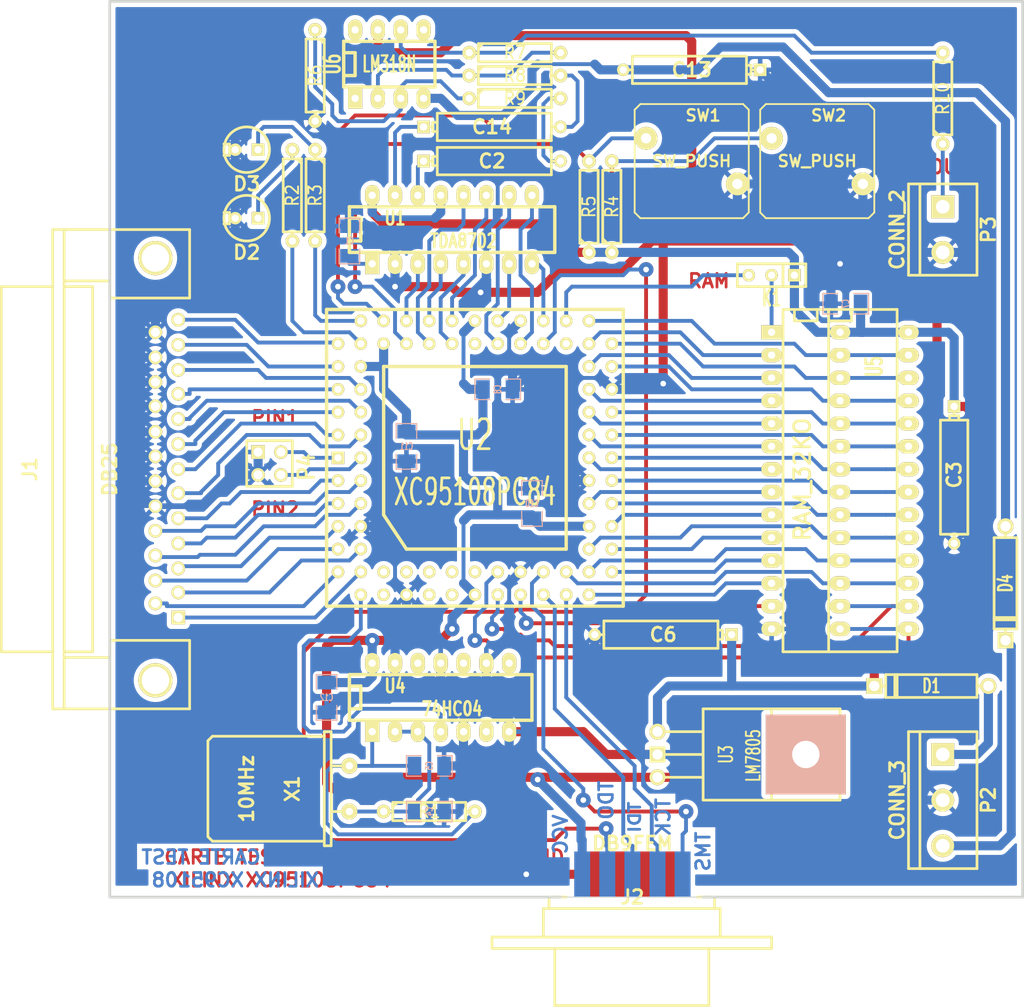
<source format=kicad_pcb>
(kicad_pcb (version 20221018) (generator pcbnew)
  (title_block (title "CARTE TEST XILINX XC95108") (rev "0"))
  (layers (0 "F.Cu" signal "Dessus") (31 "B.Cu" signal "Dessous") (34 "B.Paste" user) (35 "F.Paste" user) (36 "B.SilkS" user "B.Silkscreen") (37 "F.SilkS" user "F.Silkscreen") (38 "B.Mask" user) (39 "F.Mask" user) (44 "Edge.Cuts" user))
  (net 0 "")
  (net 1 "+12V")
  (net 2 "-12V")
  (net 3 "/CSMEM")
  (net 4 "/DAT0")
  (net 5 "/DAT1")
  (net 6 "/DAT2")
  (net 7 "/DAT3")
  (net 8 "/DAT4")
  (net 9 "/DAT5")
  (net 10 "/DAT6")
  (net 11 "/DAT7")
  (net 12 "/DCLK")
  (net 13 "/LED1")
  (net 14 "/LED2")
  (net 15 "/MA0")
  (net 16 "/MA1")
  (net 17 "/MA2")
  (net 18 "/MA3")
  (net 19 "/MA4")
  (net 20 "/MA5")
  (net 21 "/MA6")
  (net 22 "/MA7")
  (net 23 "/MD0")
  (net 24 "/MD1")
  (net 25 "/MD10")
  (net 26 "/MD11")
  (net 27 "/MD12")
  (net 28 "/MD13")
  (net 29 "/MD14")
  (net 30 "/MD2")
  (net 31 "/MD3")
  (net 32 "/MD4")
  (net 33 "/MD5")
  (net 34 "/MD6")
  (net 35 "/MD7")
  (net 36 "/MD8")
  (net 37 "/MD9")
  (net 38 "/OEMEM")
  (net 39 "/PARBUS0")
  (net 40 "/PARBUS1")
  (net 41 "/PARBUS2")
  (net 42 "/PARBUS3")
  (net 43 "/PARBUS4")
  (net 44 "/PARBUS5")
  (net 45 "/PARBUS6")
  (net 46 "/PARBUS7")
  (net 47 "/PAR_AUX0/STROBE*")
  (net 48 "/PAR_AUX1/ERROR*")
  (net 49 "/PAR_AUX2/AUTOLF*")
  (net 50 "/PAR_AUX3/SELECT*")
  (net 51 "/PAR_AUX4/PE")
  (net 52 "/PAR_AUX5/BUSY*")
  (net 53 "/PAR_AUX6/ACK")
  (net 54 "/PAR_AUX7/INIT")
  (net 55 "/PAR_AUX8/SELECT")
  (net 56 "/PIN_TEST0")
  (net 57 "/PIN_TEST1")
  (net 58 "/R/W-A14")
  (net 59 "/SW0")
  (net 60 "/SW1")
  (net 61 "/TCK")
  (net 62 "/TDI")
  (net 63 "/TDO")
  (net 64 "/TMS")
  (net 65 "/XIN/CLK")
  (net 66 "GND")
  (net 67 "Net-(C1-Pad1)")
  (net 68 "Net-(C14-Pad1)")
  (net 69 "Net-(C14-Pad2)")
  (net 70 "Net-(C2-Pad1)")
  (net 71 "Net-(C2-Pad2)")
  (net 72 "Net-(C4-Pad1)")
  (net 73 "Net-(C5-Pad1)")
  (net 74 "Net-(D1-Pad1)")
  (net 75 "Net-(D2-Pad1)")
  (net 76 "Net-(D3-Pad1)")
  (net 77 "Net-(D4-Pad2)")
  (net 78 "Net-(K1-Pad2)")
  (net 79 "Net-(P3-Pad1)")
  (net 80 "Net-(R10-Pad2)")
  (net 81 "Net-(R6-Pad1)")
  (net 82 "Net-(R7-Pad2)")
  (net 83 "VCC")
  (footprint "PLCC84" (layer "F.Cu") (at 135.255 86.995)
    (fp_text reference "U2")
    (fp_text value "XC95108PC84")
  )
  (footprint "16DIP-ELL300" (layer "F.Cu") (at 132.715 61.595)
    (fp_text reference "U1")
    (fp_text value "TDA8702")
  )
  (footprint "CP6" (layer "F.Cu") (at 137.16 53.975)
    (fp_text reference "C2")
    (fp_text value "10uF" hide)
  )
  (footprint "CP6" (layer "F.Cu") (at 188.595 88.9 -90)
    (fp_text reference "C3")
    (fp_text value "10uF" hide)
  )
  (footprint "HC-18UH" (layer "F.Cu") (at 121.285 123.825 -90)
    (fp_text reference "X1")
    (fp_text value "10MHz")
  )
  (footprint "R4" (layer "F.Cu") (at 130.175 126.365)
    (fp_text reference "R1")
    (fp_text value "100K" hide)
  )
  (footprint "LM78XX" (layer "F.Cu") (at 155.575 120.015)
    (fp_text reference "U3")
    (fp_text value "LM7805")
  )
  (footprint "bornier3" (layer "F.Cu") (at 187.325 125.095 -90)
    (fp_text reference "P2")
    (fp_text value "CONN_3")
  )
  (footprint "D5" (layer "F.Cu") (at 186.055 112.395 180)
    (fp_text reference "D1")
    (fp_text value "1N4004" hide)
  )
  (footprint "CP6" (layer "F.Cu") (at 156.21 106.68 180)
    (fp_text reference "C6")
    (fp_text value "47uF" hide)
  )
  (footprint "bornier2" (layer "F.Cu") (at 187.325 61.595 -90)
    (fp_text reference "P3")
    (fp_text value "CONN_2")
  )
  (footprint "14DIP-ELL300" (layer "F.Cu") (at 131.445 113.665)
    (fp_text reference "U4")
    (fp_text value "74HC04")
  )
  (footprint "28DIP-ELL300-600" (layer "F.Cu") (at 175.895 89.535 -90)
    (fp_text reference "U5")
    (fp_text value "RAM_32KO")
  )
  (footprint "SIL-3" (layer "F.Cu") (at 168.275 66.675 180)
    (fp_text reference "K1")
    (fp_text value "CONN_3" hide)
  )
  (footprint "DB25FC" (layer "F.Cu") (at 100.965 88.265 90)
    (fp_text reference "J1")
    (fp_text value "DB25")
  )
  (footprint "R4" (layer "F.Cu") (at 114.935 57.785 -90)
    (fp_text reference "R2")
    (fp_text value "330" hide)
  )
  (footprint "LEDV" (layer "F.Cu") (at 109.855 60.325 180)
    (fp_text reference "D2")
    (fp_text value "LED" hide)
  )
  (footprint "SW_PUSH" (layer "F.Cu") (at 159.385 53.975)
    (fp_text reference "SW1")
    (fp_text value "SW_PUSH")
  )
  (footprint "SW_PUSH" (layer "F.Cu") (at 173.355 53.975)
    (fp_text reference "SW2")
    (fp_text value "SW_PUSH")
  )
  (footprint "R4" (layer "F.Cu") (at 150.495 59.055 90)
    (fp_text reference "R4")
    (fp_text value "4,7K" hide)
  )
  (footprint "R4" (layer "F.Cu") (at 147.955 59.055 90)
    (fp_text reference "R5")
    (fp_text value "4,7K" hide)
  )
  (footprint "head_2x2" (layer "F.Cu") (at 112.395 87.63 -90)
    (fp_text reference "P4")
    (fp_text value "CONN_2X2" hide)
  )
  (footprint "CP6" (layer "F.Cu") (at 137.16 50.165)
    (fp_text reference "C14")
    (fp_text value "10uF" hide)
  )
  (footprint "R4" (layer "F.Cu") (at 139.7 44.45)
    (fp_text reference "R8")
    (fp_text value "2,2K" hide)
  )
  (footprint "R4" (layer "F.Cu") (at 139.7 46.99)
    (fp_text reference "R9")
    (fp_text value "2,2K" hide)
  )
  (footprint "R4" (layer "F.Cu") (at 117.475 44.45 -90)
    (fp_text reference "R6")
    (fp_text value "1,1k" hide)
  )
  (footprint "R4" (layer "F.Cu") (at 139.7 41.91)
    (fp_text reference "R7")
    (fp_text value "1,1K" hide)
  )
  (footprint "R4" (layer "F.Cu") (at 187.325 46.99 90)
    (fp_text reference "R10")
    (fp_text value "75" hide)
  )
  (footprint "8DIP-ELL300" (layer "F.Cu") (at 125.73 43.18)
    (fp_text reference "U6")
    (fp_text value "LM318N")
  )
  (footprint "CP6" (layer "F.Cu") (at 159.385 43.815 180)
    (fp_text reference "C13")
    (fp_text value "10uF" hide)
  )
  (footprint "D5" (layer "F.Cu") (at 194.31 100.965 -90)
    (fp_text reference "D4")
    (fp_text value "1N4004" hide)
  )
  (footprint "DB9F_CI_INVERT" (layer "F.Cu") (at 152.781 135.89 180)
    (fp_text reference "J2")
    (fp_text value "DB9FEM")
  )
  (footprint "LEDV" (layer "F.Cu") (at 109.855 52.705 180)
    (fp_text reference "D3")
    (fp_text value "LED" hide)
  )
  (footprint "R4" (layer "F.Cu") (at 117.475 57.785 -90)
    (fp_text reference "R3")
    (fp_text value "330" hide)
  )
  (footprint "SM1206" (layer "B.Cu") (at 121.285 62.865 90)
    (fp_text reference "C1")
    (fp_text value "100nF" hide)
  )
  (footprint "SM1206" (layer "B.Cu") (at 130.175 121.285)
    (fp_text reference "C5")
    (fp_text value "22pF" hide)
  )
  (footprint "SM1206" (layer "B.Cu") (at 137.795 79.375)
    (fp_text reference "C8")
    (fp_text value "100nF" hide)
  )
  (footprint "SM1206" (layer "B.Cu") (at 141.605 92.075 90)
    (fp_text reference "C10")
    (fp_text value "100nF" hide)
  )
  (footprint "SM1206" (layer "B.Cu") (at 130.175 126.365)
    (fp_text reference "C4")
    (fp_text value "22pF" hide)
  )
  (footprint "SM1206" (layer "B.Cu") (at 118.745 113.665 -90)
    (fp_text reference "C12")
    (fp_text value "100nF" hide)
  )
  (footprint "SM1206" (layer "B.Cu") (at 127.635 85.725 -90)
    (fp_text reference "C11")
    (fp_text value "100nF" hide)
  )
  (footprint "SM1206" (layer "B.Cu") (at 176.53 69.85 180)
    (fp_text reference "C7")
    (fp_text value "100nF" hide)
  )
  (gr_line (start 144.78 135.89) (end 160.655 135.89) (stroke (width 0.1)) (layer "Edge.Cuts"))
  (gr_line (start 196.215 37.465) (end 196.215 135.89) (stroke (width 0.3048)) (layer "Edge.Cuts"))
  (gr_line (start 196.215 135.89) (end 194.945 135.89) (stroke (width 0.3048)) (layer "Edge.Cuts"))
  (gr_line (start 196.215 36.195) (end 94.615 36.195) (stroke (width 0.3048)) (layer "Edge.Cuts"))
  (gr_line (start 94.615 36.195) (end 94.615 46.355) (stroke (width 0.3048)) (layer "Edge.Cuts"))
  (gr_line (start 94.615 132.715) (end 94.615 133.985) (stroke (width 0.3048)) (layer "Edge.Cuts"))
  (gr_line (start 94.615 135.89) (end 144.78 135.89) (stroke (width 0.3048)) (layer "Edge.Cuts"))
  (gr_line (start 192.405 135.89) (end 194.945 135.89) (stroke (width 0.3048)) (layer "Edge.Cuts"))
  (gr_line (start 196.215 37.465) (end 196.215 36.195) (stroke (width 0.3048)) (layer "Edge.Cuts"))
  (gr_line (start 94.615 53.975) (end 94.615 132.715) (stroke (width 0.3048)) (layer "Edge.Cuts"))
  (gr_line (start 160.655 135.89) (end 192.405 135.89) (stroke (width 0.3048)) (layer "Edge.Cuts"))
  (gr_line (start 94.615 46.355) (end 94.615 53.975) (stroke (width 0.3048)) (layer "Edge.Cuts"))
  (gr_line (start 94.615 133.985) (end 94.615 135.89) (stroke (width 0.3048)) (layer "Edge.Cuts"))
  (gr_text "GND" (at 179.705 125.73) (layer "F.Cu") (effects (font (size 1.524 1.524) (thickness 0.3048))))
  (gr_text "+12V" (at 180.34 118.745) (layer "F.Cu") (effects (font (size 1.524 1.524) (thickness 0.3048))))
  (gr_text "RAM" (at 161.29 67.31) (layer "F.Cu") (effects (font (size 1.524 1.524) (thickness 0.3048))))
  (gr_text "GND" (at 187.325 68.58) (layer "F.Cu") (effects (font (size 1.524 1.524) (thickness 0.3048))))
  (gr_text "GND" (at 142.875 131.445) (layer "F.Cu") (effects (font (size 1.524 1.524) (thickness 0.3048))))
  (gr_text "CARTE TEST" (at 107.315 131.445) (layer "F.Cu") (effects (font (size 1.524 1.524) (thickness 0.3048))))
  (gr_text "PIN2" (at 113.03 92.71) (layer "F.Cu") (effects (font (size 1.524 1.524) (thickness 0.3048))))
  (gr_text "ROM" (at 176.53 67.31) (layer "F.Cu") (effects (font (size 1.524 1.524) (thickness 0.3048))))
  (gr_text "VOUT" (at 187.325 54.61) (layer "F.Cu") (effects (font (size 1.524 1.524) (thickness 0.3048))))
  (gr_text "PIN1" (at 113.03 82.55) (layer "F.Cu") (effects (font (size 1.524 1.524) (thickness 0.3048))))
  (gr_text "XILINX XC95108PC84" (at 113.665 133.985) (layer "F.Cu") (effects (font (size 1.524 1.524) (thickness 0.3048))))
  (gr_text "CARTE TEST" (at 104.775 131.445) (layer "B.Cu") (effects (font (size 1.524 1.524) (thickness 0.3048)) (justify mirror)))
  (gr_text "TCK" (at 156.21 127 90) (layer "B.Cu") (effects (font (size 1.524 1.524) (thickness 0.3048)) (justify mirror)))
  (gr_text "TDO" (at 149.86 125.095 90) (layer "B.Cu") (effects (font (size 1.524 1.524) (thickness 0.3048)) (justify mirror)))
  (gr_text "TDI" (at 153.035 127 90) (layer "B.Cu") (effects (font (size 1.27 1.524) (thickness 0.3048)) (justify mirror)))
  (gr_text "XILINX XC95108" (at 108.585 133.985) (layer "B.Cu") (effects (font (size 1.524 1.524) (thickness 0.3048)) (justify mirror)))
  (gr_text "VCC" (at 144.78 128.905 90) (layer "B.Cu") (effects (font (size 1.524 1.524) (thickness 0.3048)) (justify mirror)))
  (gr_text "TMS" (at 160.655 130.81 90) (layer "B.Cu") (effects (font (size 1.524 1.524) (thickness 0.3048)) (justify mirror)))
  (segment (start 186.69 71.755) (end 185.42 70.485) (width 1.016) (layer "F.Cu") (net 1))
  (segment (start 124.46 41.275) (end 124.46 39.37) (width 1.016) (layer "F.Cu") (net 1))
  (segment (start 186.69 107.315) (end 186.69 71.755) (width 1.016) (layer "F.Cu") (net 1))
  (segment (start 159.385 40.64) (end 158.75 40.005) (width 1.016) (layer "F.Cu") (net 1))
  (segment (start 160.02 59.055) (end 159.385 58.42) (width 1.016) (layer "F.Cu") (net 1))
  (segment (start 125.095 41.91) (end 124.46 41.275) (width 1.016) (layer "F.Cu") (net 1))
  (segment (start 183.515 110.49) (end 185.42 108.585) (width 1.016) (layer "F.Cu") (net 1))
  (segment (start 158.75 40.005) (end 133.35 40.005) (width 1.016) (layer "F.Cu") (net 1))
  (segment (start 159.385 58.42) (end 159.385 40.64) (width 1.016) (layer "F.Cu") (net 1))
  (segment (start 173.99 59.055) (end 160.02 59.055) (width 1.016) (layer "F.Cu") (net 1))
  (segment (start 133.35 40.005) (end 131.445 41.91) (width 1.016) (layer "F.Cu") (net 1))
  (segment (start 131.445 41.91) (end 125.095 41.91) (width 1.016) (layer "F.Cu") (net 1))
  (segment (start 179.705 110.49) (end 183.515 110.49) (width 1.016) (layer "F.Cu") (net 1))
  (segment (start 179.705 112.395) (end 179.705 110.49) (width 1.016) (layer "F.Cu") (net 1))
  (segment (start 185.42 108.585) (end 186.69 107.315) (width 1.016) (layer "F.Cu") (net 1))
  (segment (start 185.42 70.485) (end 173.99 59.055) (width 1.016) (layer "F.Cu") (net 1))
  (segment (start 156.845 112.395) (end 155.575 113.665) (width 1.016) (layer "B.Cu") (net 1))
  (segment (start 163.83 106.68) (end 163.83 112.395) (width 1.016) (layer "B.Cu") (net 1))
  (segment (start 169.545 112.395) (end 179.705 112.395) (width 1.016) (layer "B.Cu") (net 1))
  (segment (start 163.83 112.395) (end 156.845 112.395) (width 1.016) (layer "B.Cu") (net 1))
  (segment (start 169.545 112.395) (end 163.83 112.395) (width 1.016) (layer "B.Cu") (net 1))
  (segment (start 155.575 113.665) (end 155.575 117.475) (width 1.016) (layer "B.Cu") (net 1))
  (segment (start 141.605 43.815) (end 142.24 43.18) (width 1.016) (layer "B.Cu") (net 2))
  (segment (start 162.56 41.275) (end 169.545 41.275) (width 1.016) (layer "B.Cu") (net 2))
  (segment (start 133.35 48.895) (end 138.43 48.895) (width 1.016) (layer "B.Cu") (net 2))
  (segment (start 131.445 46.99) (end 133.35 48.895) (width 1.016) (layer "B.Cu") (net 2))
  (segment (start 149.225 43.815) (end 151.765 43.815) (width 1.016) (layer "B.Cu") (net 2))
  (segment (start 194.31 94.615) (end 194.31 49.53) (width 1.016) (layer "B.Cu") (net 2))
  (segment (start 169.545 41.275) (end 174.625 46.355) (width 1.016) (layer "B.Cu") (net 2))
  (segment (start 194.31 49.53) (end 191.77 46.99) (width 1.016) (layer "B.Cu") (net 2))
  (segment (start 138.43 48.895) (end 141.605 45.72) (width 1.016) (layer "B.Cu") (net 2))
  (segment (start 174.625 46.355) (end 191.135 46.355) (width 1.016) (layer "B.Cu") (net 2))
  (segment (start 191.135 46.355) (end 191.77 46.99) (width 1.016) (layer "B.Cu") (net 2))
  (segment (start 129.54 46.99) (end 131.445 46.99) (width 1.016) (layer "B.Cu") (net 2))
  (segment (start 148.59 43.18) (end 149.225 43.815) (width 1.016) (layer "B.Cu") (net 2))
  (segment (start 141.605 45.72) (end 141.605 43.815) (width 1.016) (layer "B.Cu") (net 2))
  (segment (start 151.765 43.815) (end 160.02 43.815) (width 1.016) (layer "B.Cu") (net 2))
  (segment (start 160.02 43.815) (end 162.56 41.275) (width 1.016) (layer "B.Cu") (net 2))
  (segment (start 142.24 43.18) (end 148.59 43.18) (width 0.4318) (layer "B.Cu") (net 2))
  (segment (start 150.495 92.075) (end 172.085 92.075) (width 0.4318) (layer "B.Cu") (net 3))
  (segment (start 175.895 93.345) (end 173.355 93.345) (width 0.4318) (layer "B.Cu") (net 3))
  (segment (start 180.975 93.345) (end 175.895 93.345) (width 0.4318) (layer "B.Cu") (net 3))
  (segment (start 180.975 93.345) (end 183.515 93.345) (width 0.4318) (layer "B.Cu") (net 3))
  (segment (start 173.355 93.345) (end 172.085 92.075) (width 0.4318) (layer "B.Cu") (net 3))
  (segment (start 133.35 61.595) (end 133.985 60.96) (width 0.4318) (layer "B.Cu") (net 4))
  (segment (start 130.175 62.865) (end 131.445 61.595) (width 0.4318) (layer "B.Cu") (net 4))
  (segment (start 133.985 60.96) (end 133.985 57.785) (width 0.4318) (layer "B.Cu") (net 4))
  (segment (start 131.445 61.595) (end 133.35 61.595) (width 0.4318) (layer "B.Cu") (net 4))
  (segment (start 128.905 69.215) (end 130.175 67.945) (width 0.4318) (layer "B.Cu") (net 4))
  (segment (start 128.905 73.025) (end 128.905 69.215) (width 0.4318) (layer "B.Cu") (net 4))
  (segment (start 130.175 74.295) (end 128.905 73.025) (width 0.4318) (layer "B.Cu") (net 4))
  (segment (start 130.175 67.945) (end 130.175 62.865) (width 0.4318) (layer "B.Cu") (net 4))
  (segment (start 136.525 57.785) (end 136.525 60.325) (width 0.4318) (layer "B.Cu") (net 5))
  (segment (start 132.715 69.215) (end 135.255 66.675) (width 0.4318) (layer "B.Cu") (net 5))
  (segment (start 132.715 69.215) (end 132.715 71.755) (width 0.4318) (layer "B.Cu") (net 5))
  (segment (start 135.255 61.595) (end 136.525 60.325) (width 0.4318) (layer "B.Cu") (net 5))
  (segment (start 135.255 61.595) (end 135.255 66.675) (width 0.4318) (layer "B.Cu") (net 5))
  (segment (start 127.635 69.215) (end 127.635 71.755) (width 0.4318) (layer "B.Cu") (net 6))
  (segment (start 128.905 65.405) (end 128.905 67.945) (width 0.4318) (layer "B.Cu") (net 6))
  (segment (start 128.905 67.945) (end 127.635 69.215) (width 0.4318) (layer "B.Cu") (net 6))
  (segment (start 130.175 71.755) (end 130.175 69.215) (width 0.4318) (layer "B.Cu") (net 7))
  (segment (start 131.445 67.945) (end 131.445 65.405) (width 0.4318) (layer "B.Cu") (net 7))
  (segment (start 130.175 69.215) (end 131.445 67.945) (width 0.4318) (layer "B.Cu") (net 7))
  (segment (start 139.065 60.325) (end 137.795 61.595) (width 0.4318) (layer "B.Cu") (net 8))
  (segment (start 136.525 71.12) (end 137.795 69.85) (width 0.4318) (layer "B.Cu") (net 8))
  (segment (start 137.795 69.85) (end 137.795 61.595) (width 0.4318) (layer "B.Cu") (net 8))
  (segment (start 136.525 73.025) (end 137.795 74.295) (width 0.4318) (layer "B.Cu") (net 8))
  (segment (start 136.525 71.12) (end 136.525 73.025) (width 0.4318) (layer "B.Cu") (net 8))
  (segment (start 139.065 57.785) (end 139.065 60.325) (width 0.4318) (layer "B.Cu") (net 8))
  (segment (start 141.605 57.785) (end 141.605 60.325) (width 0.4318) (layer "B.Cu") (net 9))
  (segment (start 141.605 73.025) (end 141.605 67.945) (width 0.4318) (layer "B.Cu") (net 9))
  (segment (start 140.335 61.595) (end 140.335 66.675) (width 0.4318) (layer "B.Cu") (net 9))
  (segment (start 140.335 74.295) (end 141.605 73.025) (width 0.4318) (layer "B.Cu") (net 9))
  (segment (start 141.605 60.325) (end 140.335 61.595) (width 0.4318) (layer "B.Cu") (net 9))
  (segment (start 141.605 67.945) (end 140.335 66.675) (width 0.4318) (layer "B.Cu") (net 9))
  (segment (start 142.875 66.04) (end 142.24 65.405) (width 0.4318) (layer "B.Cu") (net 10))
  (segment (start 142.24 65.405) (end 141.605 65.405) (width 0.4318) (layer "B.Cu") (net 10))
  (segment (start 142.875 71.755) (end 142.875 66.04) (width 0.4318) (layer "B.Cu") (net 10))
  (segment (start 139.065 65.405) (end 139.065 70.485) (width 0.4318) (layer "B.Cu") (net 11))
  (segment (start 139.065 70.485) (end 137.795 71.755) (width 0.4318) (layer "B.Cu") (net 11))
  (segment (start 131.445 73.025) (end 131.445 69.215) (width 0.4318) (layer "B.Cu") (net 12))
  (segment (start 132.715 74.295) (end 131.445 73.025) (width 0.4318) (layer "B.Cu") (net 12))
  (segment (start 131.445 69.215) (end 133.985 66.675) (width 0.4318) (layer "B.Cu") (net 12))
  (segment (start 133.985 66.675) (end 133.985 65.405) (width 0.4318) (layer "B.Cu") (net 12))
  (segment (start 121.285 73.025) (end 122.555 74.295) (width 0.4318) (layer "B.Cu") (net 13))
  (segment (start 114.935 62.865) (end 114.935 71.755) (width 0.4318) (layer "B.Cu") (net 13))
  (segment (start 116.205 73.025) (end 114.935 71.755) (width 0.4318) (layer "B.Cu") (net 13))
  (segment (start 116.205 73.025) (end 121.285 73.025) (width 0.4318) (layer "B.Cu") (net 13))
  (segment (start 117.475 62.865) (end 117.475 71.12) (width 0.4318) (layer "B.Cu") (net 14))
  (segment (start 118.11 71.755) (end 122.555 71.755) (width 0.4318) (layer "B.Cu") (net 14))
  (segment (start 117.475 71.12) (end 118.11 71.755) (width 0.4318) (layer "B.Cu") (net 14))
  (segment (start 163.195 98.425) (end 168.275 98.425) (width 0.4318) (layer "B.Cu") (net 15))
  (segment (start 150.495 99.695) (end 161.925 99.695) (width 0.4318) (layer "B.Cu") (net 15))
  (segment (start 161.925 99.695) (end 163.195 98.425) (width 0.4318) (layer "B.Cu") (net 15))
  (segment (start 147.955 102.235) (end 161.925 102.235) (width 0.4318) (layer "B.Cu") (net 16))
  (segment (start 161.925 102.235) (end 163.195 100.965) (width 0.4318) (layer "B.Cu") (net 16))
  (segment (start 163.195 100.965) (end 168.275 100.965) (width 0.4318) (layer "B.Cu") (net 16))
  (segment (start 163.83 103.505) (end 168.275 103.505) (width 0.4318) (layer "F.Cu") (net 17))
  (segment (start 151.13 105.41) (end 161.925 105.41) (width 0.4318) (layer "F.Cu") (net 17))
  (segment (start 161.925 105.41) (end 163.83 103.505) (width 0.4318) (layer "F.Cu") (net 17))
  (segment (start 140.97 105.41) (end 151.13 105.41) (width 0.4318) (layer "F.Cu") (net 17))
  (via (at 140.97 105.41) (size 1.651) (drill 0.635) (layers "F.Cu" "B.Cu") (net 17))
  (segment (start 140.335 102.235) (end 140.335 104.14) (width 0.4318) (layer "B.Cu") (net 17))
  (segment (start 140.97 104.775) (end 140.97 105.41) (width 0.4318) (layer "B.Cu") (net 17))
  (segment (start 140.335 104.14) (end 140.97 104.775) (width 0.4318) (layer "B.Cu") (net 17))
  (segment (start 137.16 107.95) (end 136.525 107.315) (width 0.4318) (layer "F.Cu") (net 18))
  (segment (start 141.605 109.22) (end 182.88 109.22) (width 0.4318) (layer "F.Cu") (net 18))
  (segment (start 140.335 107.95) (end 141.605 109.22) (width 0.4318) (layer "F.Cu") (net 18))
  (segment (start 136.525 107.315) (end 135.255 107.315) (width 0.4318) (layer "F.Cu") (net 18))
  (segment (start 183.515 108.585) (end 183.515 106.045) (width 0.4318) (layer "F.Cu") (net 18))
  (segment (start 140.335 107.95) (end 137.16 107.95) (width 0.4318) (layer "F.Cu") (net 18))
  (segment (start 182.88 109.22) (end 183.515 108.585) (width 0.4318) (layer "F.Cu") (net 18))
  (via (at 135.255 107.315) (size 1.651) (drill 0.635) (layers "F.Cu" "B.Cu") (net 18))
  (segment (start 136.525 100.965) (end 137.795 99.695) (width 0.4318) (layer "B.Cu") (net 18))
  (segment (start 136.525 103.505) (end 136.525 100.965) (width 0.4318) (layer "B.Cu") (net 18))
  (segment (start 135.255 107.315) (end 135.255 104.775) (width 0.4318) (layer "B.Cu") (net 18))
  (segment (start 135.255 104.775) (end 136.525 103.505) (width 0.4318) (layer "B.Cu") (net 18))
  (segment (start 175.895 106.045) (end 183.515 106.045) (width 0.4318) (layer "B.Cu") (net 18))
  (segment (start 183.515 103.505) (end 181.61 103.505) (width 0.4318) (layer "F.Cu") (net 19))
  (segment (start 137.16 106.045) (end 138.43 106.045) (width 0.4318) (layer "F.Cu") (net 19))
  (segment (start 143.51 107.315) (end 140.97 107.315) (width 0.4318) (layer "F.Cu") (net 19))
  (segment (start 181.61 103.505) (end 177.165 107.95) (width 0.4318) (layer "F.Cu") (net 19))
  (segment (start 138.43 106.045) (end 139.065 106.68) (width 0.4318) (layer "F.Cu") (net 19))
  (segment (start 140.335 106.68) (end 140.97 107.315) (width 0.4318) (layer "F.Cu") (net 19))
  (segment (start 139.065 106.68) (end 140.335 106.68) (width 0.4318) (layer "F.Cu") (net 19))
  (segment (start 177.165 107.95) (end 144.145 107.95) (width 0.4318) (layer "F.Cu") (net 19))
  (segment (start 144.145 107.95) (end 143.51 107.315) (width 0.4318) (layer "F.Cu") (net 19))
  (via (at 137.16 106.045) (size 1.651) (drill 0.635) (layers "F.Cu" "B.Cu") (net 19))
  (segment (start 137.795 104.14) (end 137.795 102.235) (width 0.4318) (layer "B.Cu") (net 19))
  (segment (start 183.515 103.505) (end 175.895 103.505) (width 0.4318) (layer "B.Cu") (net 19))
  (segment (start 137.16 104.775) (end 137.16 106.045) (width 0.4318) (layer "B.Cu") (net 19))
  (segment (start 137.795 104.14) (end 137.16 104.775) (width 0.4318) (layer "B.Cu") (net 19))
  (segment (start 163.195 99.695) (end 172.72 99.695) (width 0.4318) (layer "B.Cu") (net 20))
  (segment (start 173.99 100.965) (end 172.72 99.695) (width 0.4318) (layer "B.Cu") (net 20))
  (segment (start 145.415 99.695) (end 146.685 100.965) (width 0.4318) (layer "B.Cu") (net 20))
  (segment (start 180.975 100.965) (end 183.515 100.965) (width 0.4318) (layer "B.Cu") (net 20))
  (segment (start 161.925 100.965) (end 163.195 99.695) (width 0.4318) (layer "B.Cu") (net 20))
  (segment (start 175.895 100.965) (end 173.99 100.965) (width 0.4318) (layer "B.Cu") (net 20))
  (segment (start 146.685 100.965) (end 161.925 100.965) (width 0.4318) (layer "B.Cu") (net 20))
  (segment (start 180.975 100.965) (end 175.895 100.965) (width 0.4318) (layer "B.Cu") (net 20))
  (segment (start 163.195 97.155) (end 172.085 97.155) (width 0.4318) (layer "B.Cu") (net 21))
  (segment (start 173.355 98.425) (end 172.085 97.155) (width 0.4318) (layer "B.Cu") (net 21))
  (segment (start 147.955 99.695) (end 149.225 98.425) (width 0.4318) (layer "B.Cu") (net 21))
  (segment (start 180.975 98.425) (end 183.515 98.425) (width 0.4318) (layer "B.Cu") (net 21))
  (segment (start 161.925 98.425) (end 163.195 97.155) (width 0.4318) (layer "B.Cu") (net 21))
  (segment (start 149.225 98.425) (end 161.925 98.425) (width 0.4318) (layer "B.Cu") (net 21))
  (segment (start 180.975 98.425) (end 175.895 98.425) (width 0.4318) (layer "B.Cu") (net 21))
  (segment (start 175.895 98.425) (end 173.355 98.425) (width 0.4318) (layer "B.Cu") (net 21))
  (segment (start 149.225 95.885) (end 158.115 95.885) (width 0.4318) (layer "B.Cu") (net 22))
  (segment (start 172.72 94.615) (end 172.085 94.615) (width 0.4318) (layer "B.Cu") (net 22))
  (segment (start 159.385 94.615) (end 172.085 94.615) (width 0.4318) (layer "B.Cu") (net 22))
  (segment (start 158.115 95.885) (end 159.385 94.615) (width 0.4318) (layer "B.Cu") (net 22))
  (segment (start 173.99 95.885) (end 172.72 94.615) (width 0.4318) (layer "B.Cu") (net 22))
  (segment (start 180.975 95.885) (end 183.515 95.885) (width 0.4318) (layer "B.Cu") (net 22))
  (segment (start 175.895 95.885) (end 173.99 95.885) (width 0.4318) (layer "B.Cu") (net 22))
  (segment (start 180.975 95.885) (end 175.895 95.885) (width 0.4318) (layer "B.Cu") (net 22))
  (segment (start 147.955 97.155) (end 149.225 95.885) (width 0.4318) (layer "B.Cu") (net 22))
  (segment (start 159.385 97.155) (end 160.655 95.885) (width 0.4318) (layer "B.Cu") (net 23))
  (segment (start 160.655 95.885) (end 168.275 95.885) (width 0.4318) (layer "B.Cu") (net 23))
  (segment (start 150.495 97.155) (end 159.385 97.155) (width 0.4318) (layer "B.Cu") (net 23))
  (segment (start 151.765 93.345) (end 168.275 93.345) (width 0.4318) (layer "B.Cu") (net 24))
  (segment (start 150.495 94.615) (end 151.765 93.345) (width 0.4318) (layer "B.Cu") (net 24))
  (segment (start 180.975 90.805) (end 175.895 90.805) (width 0.4318) (layer "B.Cu") (net 25))
  (segment (start 175.895 90.805) (end 173.99 90.805) (width 0.4318) (layer "B.Cu") (net 25))
  (segment (start 150.495 89.535) (end 172.72 89.535) (width 0.4318) (layer "B.Cu") (net 25))
  (segment (start 173.99 90.805) (end 172.72 89.535) (width 0.4318) (layer "B.Cu") (net 25))
  (segment (start 180.975 90.805) (end 183.515 90.805) (width 0.4318) (layer "B.Cu") (net 25))
  (segment (start 175.895 85.725) (end 180.975 85.725) (width 0.4318) (layer "B.Cu") (net 26))
  (segment (start 175.895 85.725) (end 173.99 85.725) (width 0.4318) (layer "B.Cu") (net 26))
  (segment (start 180.975 85.725) (end 183.515 85.725) (width 0.4318) (layer "B.Cu") (net 26))
  (segment (start 150.495 84.455) (end 172.72 84.455) (width 0.4318) (layer "B.Cu") (net 26))
  (segment (start 173.99 85.725) (end 172.72 84.455) (width 0.4318) (layer "B.Cu") (net 26))
  (segment (start 160.655 75.565) (end 168.275 75.565) (width 0.4318) (layer "B.Cu") (net 27))
  (segment (start 158.115 73.025) (end 160.655 75.565) (width 0.4318) (layer "B.Cu") (net 27))
  (segment (start 147.955 74.295) (end 149.225 73.025) (width 0.4318) (layer "B.Cu") (net 27))
  (segment (start 149.225 73.025) (end 158.115 73.025) (width 0.4318) (layer "B.Cu") (net 27))
  (segment (start 175.895 78.105) (end 183.515 78.105) (width 0.4318) (layer "B.Cu") (net 28))
  (segment (start 170.815 76.835) (end 172.085 78.105) (width 0.4318) (layer "B.Cu") (net 28))
  (segment (start 158.115 74.295) (end 160.655 76.835) (width 0.4318) (layer "B.Cu") (net 28))
  (segment (start 158.115 74.295) (end 150.495 74.295) (width 0.4318) (layer "B.Cu") (net 28))
  (segment (start 160.655 76.835) (end 170.815 76.835) (width 0.4318) (layer "B.Cu") (net 28))
  (segment (start 175.895 78.105) (end 172.085 78.105) (width 0.4318) (layer "B.Cu") (net 28))
  (segment (start 160.655 66.675) (end 165.735 66.675) (width 0.4318) (layer "B.Cu") (net 29))
  (segment (start 145.415 68.58) (end 146.05 67.945) (width 0.4318) (layer "B.Cu") (net 29))
  (segment (start 146.05 67.945) (end 159.385 67.945) (width 0.4318) (layer "B.Cu") (net 29))
  (segment (start 159.385 67.945) (end 160.655 66.675) (width 0.4318) (layer "B.Cu") (net 29))
  (segment (start 145.415 71.755) (end 145.415 68.58) (width 0.4318) (layer "B.Cu") (net 29))
  (segment (start 147.955 92.075) (end 149.225 90.805) (width 0.4318) (layer "B.Cu") (net 30))
  (segment (start 149.225 90.805) (end 168.275 90.805) (width 0.4318) (layer "B.Cu") (net 30))
  (segment (start 149.225 88.265) (end 168.275 88.265) (width 0.4318) (layer "B.Cu") (net 31))
  (segment (start 147.955 86.995) (end 149.225 88.265) (width 0.4318) (layer "B.Cu") (net 31))
  (segment (start 149.225 85.725) (end 147.955 84.455) (width 0.4318) (layer "B.Cu") (net 32))
  (segment (start 168.275 85.725) (end 149.225 85.725) (width 0.4318) (layer "B.Cu") (net 32))
  (segment (start 168.275 83.185) (end 149.225 83.185) (width 0.4318) (layer "B.Cu") (net 33))
  (segment (start 149.225 83.185) (end 147.955 81.915) (width 0.4318) (layer "B.Cu") (net 33))
  (segment (start 147.955 79.375) (end 149.225 80.645) (width 0.4318) (layer "B.Cu") (net 34))
  (segment (start 149.225 80.645) (end 168.275 80.645) (width 0.4318) (layer "B.Cu") (net 34))
  (segment (start 168.275 78.105) (end 159.385 78.105) (width 0.4318) (layer "B.Cu") (net 35))
  (segment (start 156.845 75.565) (end 149.225 75.565) (width 0.4318) (layer "B.Cu") (net 35))
  (segment (start 149.225 75.565) (end 147.955 76.835) (width 0.4318) (layer "B.Cu") (net 35))
  (segment (start 159.385 78.105) (end 156.845 75.565) (width 0.4318) (layer "B.Cu") (net 35))
  (segment (start 156.845 76.835) (end 159.385 79.375) (width 0.4318) (layer "B.Cu") (net 36))
  (segment (start 150.495 76.835) (end 156.845 76.835) (width 0.4318) (layer "B.Cu") (net 36))
  (segment (start 175.895 80.645) (end 180.975 80.645) (width 0.4318) (layer "B.Cu") (net 36))
  (segment (start 159.385 79.375) (end 172.72 79.375) (width 0.4318) (layer "B.Cu") (net 36))
  (segment (start 173.99 80.645) (end 172.72 79.375) (width 0.4318) (layer "B.Cu") (net 36))
  (segment (start 180.975 80.645) (end 183.515 80.645) (width 0.4318) (layer "B.Cu") (net 36))
  (segment (start 175.895 80.645) (end 173.99 80.645) (width 0.4318) (layer "B.Cu") (net 36))
  (segment (start 175.895 83.185) (end 180.975 83.185) (width 0.4318) (layer "B.Cu") (net 37))
  (segment (start 173.99 83.185) (end 172.72 81.915) (width 0.4318) (layer "B.Cu") (net 37))
  (segment (start 175.895 83.185) (end 173.99 83.185) (width 0.4318) (layer "B.Cu") (net 37))
  (segment (start 150.495 81.915) (end 172.72 81.915) (width 0.4318) (layer "B.Cu") (net 37))
  (segment (start 180.975 83.185) (end 183.515 83.185) (width 0.4318) (layer "B.Cu") (net 37))
  (segment (start 180.975 88.265) (end 175.895 88.265) (width 0.4318) (layer "B.Cu") (net 38))
  (segment (start 173.99 88.265) (end 172.72 86.995) (width 0.4318) (layer "B.Cu") (net 38))
  (segment (start 180.975 88.265) (end 183.515 88.265) (width 0.4318) (layer "B.Cu") (net 38))
  (segment (start 175.895 88.265) (end 173.99 88.265) (width 0.4318) (layer "B.Cu") (net 38))
  (segment (start 150.495 86.995) (end 172.72 86.995) (width 0.4318) (layer "B.Cu") (net 38))
  (segment (start 121.285 98.425) (end 122.555 97.155) (width 0.4318) (layer "B.Cu") (net 39))
  (segment (start 115.951 98.425) (end 121.285 98.425) (width 0.4318) (layer "B.Cu") (net 39))
  (segment (start 112.395 101.981) (end 115.951 98.425) (width 0.4318) (layer "B.Cu") (net 39))
  (segment (start 102.235 101.981) (end 112.395 101.981) (width 0.4318) (layer "B.Cu") (net 39))
  (segment (start 112.395 95.885) (end 118.745 95.885) (width 0.4318) (layer "B.Cu") (net 40))
  (segment (start 102.235 99.06) (end 102.235 99.314) (width 0.4318) (layer "B.Cu") (net 40))
  (segment (start 109.22 99.06) (end 102.235 99.06) (width 0.4318) (layer "B.Cu") (net 40))
  (segment (start 112.395 95.885) (end 109.22 99.06) (width 0.4318) (layer "B.Cu") (net 40))
  (segment (start 118.745 95.885) (end 120.015 94.615) (width 0.4318) (layer "B.Cu") (net 40))
  (segment (start 118.745 92.075) (end 120.015 92.075) (width 0.4318) (layer "B.Cu") (net 41))
  (segment (start 102.235 96.52) (end 104.775 96.52) (width 0.4318) (layer "B.Cu") (net 41))
  (segment (start 105.41 95.885) (end 108.585 95.885) (width 0.4318) (layer "B.Cu") (net 41))
  (segment (start 104.775 96.52) (end 105.41 95.885) (width 0.4318) (layer "B.Cu") (net 41))
  (segment (start 108.585 95.885) (end 111.125 93.345) (width 0.4318) (layer "B.Cu") (net 41))
  (segment (start 117.475 93.345) (end 118.745 92.075) (width 0.4318) (layer "B.Cu") (net 41))
  (segment (start 111.125 93.345) (end 117.475 93.345) (width 0.4318) (layer "B.Cu") (net 41))
  (segment (start 105.41 93.726) (end 107.061 92.075) (width 0.4318) (layer "B.Cu") (net 42))
  (segment (start 116.84 90.805) (end 118.11 89.535) (width 0.4318) (layer "B.Cu") (net 42))
  (segment (start 107.061 92.075) (end 107.95 92.075) (width 0.4318) (layer "B.Cu") (net 42))
  (segment (start 109.22 90.805) (end 116.84 90.805) (width 0.4318) (layer "B.Cu") (net 42))
  (segment (start 102.235 93.726) (end 105.41 93.726) (width 0.4318) (layer "B.Cu") (net 42))
  (segment (start 107.95 92.075) (end 109.22 90.805) (width 0.4318) (layer "B.Cu") (net 42))
  (segment (start 118.11 89.535) (end 120.015 89.535) (width 0.4318) (layer "B.Cu") (net 42))
  (segment (start 106.68 88.9) (end 106.68 87.63) (width 0.4318) (layer "B.Cu") (net 43))
  (segment (start 104.775 90.932) (end 104.775 90.805) (width 0.4318) (layer "B.Cu") (net 43))
  (segment (start 109.855 84.455) (end 116.84 84.455) (width 0.4318) (layer "B.Cu") (net 43))
  (segment (start 102.235 90.932) (end 104.775 90.932) (width 0.4318) (layer "B.Cu") (net 43))
  (segment (start 116.84 84.455) (end 118.11 85.725) (width 0.4318) (layer "B.Cu") (net 43))
  (segment (start 118.11 85.725) (end 121.285 85.725) (width 0.4318) (layer "B.Cu") (net 43))
  (segment (start 104.775 90.805) (end 106.68 88.9) (width 0.4318) (layer "B.Cu") (net 43))
  (segment (start 106.68 87.63) (end 109.855 84.455) (width 0.4318) (layer "B.Cu") (net 43))
  (segment (start 121.285 85.725) (end 122.555 84.455) (width 0.4318) (layer "B.Cu") (net 43))
  (segment (start 104.14 88.265) (end 109.22 83.185) (width 0.4318) (layer "B.Cu") (net 44))
  (segment (start 102.235 88.265) (end 104.14 88.265) (width 0.4318) (layer "B.Cu") (net 44))
  (segment (start 118.745 84.455) (end 120.015 84.455) (width 0.4318) (layer "B.Cu") (net 44))
  (segment (start 117.475 83.185) (end 118.745 84.455) (width 0.4318) (layer "B.Cu") (net 44))
  (segment (start 109.22 83.185) (end 117.475 83.185) (width 0.4318) (layer "B.Cu") (net 44))
  (segment (start 104.14 85.471) (end 104.14 85.09) (width 0.4318) (layer "B.Cu") (net 45))
  (segment (start 107.315 81.915) (end 120.015 81.915) (width 0.4318) (layer "B.Cu") (net 45))
  (segment (start 102.235 85.471) (end 104.14 85.471) (width 0.4318) (layer "B.Cu") (net 45))
  (segment (start 104.14 85.09) (end 107.315 81.915) (width 0.4318) (layer "B.Cu") (net 45))
  (segment (start 103.505 82.55) (end 105.41 80.645) (width 0.4318) (layer "B.Cu") (net 46))
  (segment (start 105.41 80.645) (end 121.285 80.645) (width 0.4318) (layer "B.Cu") (net 46))
  (segment (start 121.285 80.645) (end 122.555 81.915) (width 0.4318) (layer "B.Cu") (net 46))
  (segment (start 103.505 82.677) (end 103.505 82.55) (width 0.4318) (layer "B.Cu") (net 46))
  (segment (start 102.235 82.677) (end 103.505 82.677) (width 0.4318) (layer "B.Cu") (net 46))
  (segment (start 117.475 104.775) (end 122.555 99.695) (width 0.4318) (layer "B.Cu") (net 47))
  (segment (start 102.235 104.775) (end 117.475 104.775) (width 0.4318) (layer "B.Cu") (net 47))
  (segment (start 109.855 100.6602) (end 113.3602 97.155) (width 0.4318) (layer "B.Cu") (net 48))
  (segment (start 99.695 100.6602) (end 109.855 100.6602) (width 0.4318) (layer "B.Cu") (net 48))
  (segment (start 113.3602 97.155) (end 120.015 97.155) (width 0.4318) (layer "B.Cu") (net 48))
  (segment (start 116.205 103.505) (end 120.015 99.695) (width 0.4318) (layer "B.Cu") (net 49))
  (segment (start 99.695 103.2002) (end 100.965 103.2002) (width 0.4318) (layer "B.Cu") (net 49))
  (segment (start 100.965 103.505) (end 116.205 103.505) (width 0.4318) (layer "B.Cu") (net 49))
  (segment (start 100.965 103.2002) (end 100.965 103.505) (width 0.4318) (layer "B.Cu") (net 49))
  (segment (start 120.015 74.168) (end 120.015 74.295) (width 0.4318) (layer "B.Cu") (net 50))
  (segment (start 108.585 71.628) (end 111.125 74.168) (width 0.4318) (layer "B.Cu") (net 50))
  (segment (start 102.235 71.628) (end 108.585 71.628) (width 0.4318) (layer "B.Cu") (net 50))
  (segment (start 111.125 74.168) (end 120.015 74.168) (width 0.4318) (layer "B.Cu") (net 50))
  (segment (start 102.235 74.422) (end 109.855 74.422) (width 0.4318) (layer "B.Cu") (net 51))
  (segment (start 109.855 74.422) (end 112.268 76.835) (width 0.4318) (layer "B.Cu") (net 51))
  (segment (start 112.268 76.835) (end 120.015 76.835) (width 0.4318) (layer "B.Cu") (net 51))
  (segment (start 111.125 77.216) (end 112.014 78.105) (width 0.4318) (layer "B.Cu") (net 52))
  (segment (start 112.014 78.105) (end 121.285 78.105) (width 0.4318) (layer "B.Cu") (net 52))
  (segment (start 121.285 78.105) (end 122.555 79.375) (width 0.4318) (layer "B.Cu") (net 52))
  (segment (start 102.235 77.216) (end 111.125 77.216) (width 0.4318) (layer "B.Cu") (net 52))
  (segment (start 102.235 79.883) (end 103.505 79.883) (width 0.4318) (layer "B.Cu") (net 53))
  (segment (start 103.505 79.375) (end 120.015 79.375) (width 0.4318) (layer "B.Cu") (net 53))
  (segment (start 103.505 79.883) (end 103.505 79.375) (width 0.4318) (layer "B.Cu") (net 53))
  (segment (start 108.585 97.79) (end 111.76 94.615) (width 0.4318) (layer "B.Cu") (net 54))
  (segment (start 118.745 93.345) (end 121.285 93.345) (width 0.4318) (layer "B.Cu") (net 54))
  (segment (start 111.76 94.615) (end 117.475 94.615) (width 0.4318) (layer "B.Cu") (net 54))
  (segment (start 99.695 97.8662) (end 99.8728 98.044) (width 0.4318) (layer "B.Cu") (net 54))
  (segment (start 104.648 97.79) (end 108.585 97.79) (width 0.4318) (layer "B.Cu") (net 54))
  (segment (start 99.8728 98.044) (end 104.394 98.044) (width 0.4318) (layer "B.Cu") (net 54))
  (segment (start 118.745 93.345) (end 117.475 94.615) (width 0.4318) (layer "B.Cu") (net 54))
  (segment (start 104.394 98.044) (end 104.648 97.79) (width 0.4318) (layer "B.Cu") (net 54))
  (segment (start 121.285 93.345) (end 122.555 92.075) (width 0.4318) (layer "B.Cu") (net 54))
  (segment (start 99.695 95.123) (end 104.775 95.123) (width 0.4318) (layer "B.Cu") (net 55))
  (segment (start 121.285 90.805) (end 122.555 89.535) (width 0.4318) (layer "B.Cu") (net 55))
  (segment (start 105.283 94.615) (end 108.585 94.615) (width 0.4318) (layer "B.Cu") (net 55))
  (segment (start 108.585 94.615) (end 111.125 92.075) (width 0.4318) (layer "B.Cu") (net 55))
  (segment (start 118.745 90.805) (end 121.285 90.805) (width 0.4318) (layer "B.Cu") (net 55))
  (segment (start 117.475 92.075) (end 118.745 90.805) (width 0.4318) (layer "B.Cu") (net 55))
  (segment (start 111.125 92.075) (end 117.475 92.075) (width 0.4318) (layer "B.Cu") (net 55))
  (segment (start 104.775 95.123) (end 105.283 94.615) (width 0.4318) (layer "B.Cu") (net 55))
  (segment (start 113.665 86.36) (end 116.205 86.36) (width 0.4318) (layer "B.Cu") (net 56))
  (segment (start 116.84 86.995) (end 120.015 86.995) (width 0.4318) (layer "B.Cu") (net 56))
  (segment (start 116.205 86.36) (end 116.84 86.995) (width 0.4318) (layer "B.Cu") (net 56))
  (segment (start 116.205 88.9) (end 116.84 88.265) (width 0.4318) (layer "B.Cu") (net 57))
  (segment (start 121.285 88.265) (end 122.555 86.995) (width 0.4318) (layer "B.Cu") (net 57))
  (segment (start 116.84 88.265) (end 121.285 88.265) (width 0.4318) (layer "B.Cu") (net 57))
  (segment (start 113.665 88.9) (end 116.205 88.9) (width 0.4318) (layer "B.Cu") (net 57))
  (segment (start 170.815 74.295) (end 161.925 74.295) (width 0.4318) (layer "B.Cu") (net 58))
  (segment (start 159.385 71.755) (end 147.955 71.755) (width 0.4318) (layer "B.Cu") (net 58))
  (segment (start 161.925 74.295) (end 159.385 71.755) (width 0.4318) (layer "B.Cu") (net 58))
  (segment (start 170.815 74.295) (end 172.085 75.565) (width 0.4318) (layer "B.Cu") (net 58))
  (segment (start 175.895 75.565) (end 172.085 75.565) (width 0.4318) (layer "B.Cu") (net 58))
  (segment (start 175.895 75.565) (end 183.515 75.565) (width 0.4318) (layer "B.Cu") (net 58))
  (segment (start 147.955 53.975) (end 146.05 52.07) (width 0.4318) (layer "F.Cu") (net 59))
  (segment (start 120.015 50.8) (end 121.92 48.895) (width 0.4318) (layer "F.Cu") (net 59))
  (segment (start 139.065 52.07) (end 146.05 52.07) (width 0.4318) (layer "F.Cu") (net 59))
  (segment (start 120.015 67.945) (end 120.015 50.8) (width 0.4318) (layer "F.Cu") (net 59))
  (segment (start 135.89 48.895) (end 139.065 52.07) (width 0.4318) (layer "F.Cu") (net 59))
  (segment (start 121.92 48.895) (end 135.89 48.895) (width 0.4318) (layer "F.Cu") (net 59))
  (via (at 120.015 67.945) (size 1.651) (drill 0.635) (layers "F.Cu" "B.Cu") (net 59))
  (segment (start 123.19 69.85) (end 125.095 71.755) (width 0.4318) (layer "B.Cu") (net 59))
  (segment (start 120.015 67.945) (end 120.015 69.215) (width 0.4318) (layer "B.Cu") (net 59))
  (segment (start 120.015 69.215) (end 120.65 69.85) (width 0.4318) (layer "B.Cu") (net 59))
  (segment (start 150.495 51.435) (end 154.305 51.435) (width 0.4318) (layer "B.Cu") (net 59))
  (segment (start 120.65 69.85) (end 123.19 69.85) (width 0.4318) (layer "B.Cu") (net 59))
  (segment (start 147.955 53.975) (end 150.495 51.435) (width 0.4318) (layer "B.Cu") (net 59))
  (segment (start 135.89 52.07) (end 123.19 52.07) (width 0.4318) (layer "F.Cu") (net 60))
  (segment (start 139.065 55.245) (end 143.51 55.245) (width 0.4318) (layer "F.Cu") (net 60))
  (segment (start 143.51 55.245) (end 144.145 55.88) (width 0.4318) (layer "F.Cu") (net 60))
  (segment (start 121.92 67.945) (end 121.92 53.34) (width 0.4318) (layer "F.Cu") (net 60))
  (segment (start 144.145 55.88) (end 149.86 55.88) (width 0.4318) (layer "F.Cu") (net 60))
  (segment (start 123.19 52.07) (end 121.92 53.34) (width 0.4318) (layer "F.Cu") (net 60))
  (segment (start 150.495 55.245) (end 150.495 53.975) (width 0.4318) (layer "F.Cu") (net 60))
  (segment (start 149.86 55.88) (end 150.495 55.245) (width 0.4318) (layer "F.Cu") (net 60))
  (segment (start 135.89 52.07) (end 139.065 55.245) (width 0.4318) (layer "F.Cu") (net 60))
  (via (at 121.92 67.945) (size 1.651) (drill 0.635) (layers "F.Cu" "B.Cu") (net 60))
  (segment (start 126.365 73.025) (end 126.365 70.485) (width 0.4318) (layer "B.Cu") (net 60))
  (segment (start 159.385 53.975) (end 161.925 51.435) (width 0.4318) (layer "B.Cu") (net 60))
  (segment (start 126.365 70.485) (end 123.825 67.945) (width 0.4318) (layer "B.Cu") (net 60))
  (segment (start 127.635 74.295) (end 126.365 73.025) (width 0.4318) (layer "B.Cu") (net 60))
  (segment (start 161.925 51.435) (end 168.275 51.435) (width 0.4318) (layer "B.Cu") (net 60))
  (segment (start 123.825 67.945) (end 121.92 67.945) (width 0.4318) (layer "B.Cu") (net 60))
  (segment (start 150.495 53.975) (end 159.385 53.975) (width 0.4318) (layer "B.Cu") (net 60))
  (segment (start 153.035 121.285) (end 153.035 122.555) (width 0.4318) (layer "B.Cu") (net 61))
  (segment (start 155.575 130.175) (end 155.575 133.35) (width 0.4318) (layer "B.Cu") (net 61))
  (segment (start 153.035 123.825) (end 154.94 125.73) (width 0.4318) (layer "B.Cu") (net 61))
  (segment (start 154.94 129.54) (end 155.575 130.175) (width 0.4318) (layer "B.Cu") (net 61))
  (segment (start 153.035 123.19) (end 153.035 123.825) (width 0.4318) (layer "B.Cu") (net 61))
  (segment (start 145.415 113.665) (end 145.415 102.235) (width 0.4318) (layer "B.Cu") (net 61))
  (segment (start 153.035 122.555) (end 153.035 123.19) (width 0.4318) (layer "B.Cu") (net 61))
  (segment (start 153.035 121.285) (end 145.415 113.665) (width 0.4318) (layer "B.Cu") (net 61))
  (segment (start 154.94 125.73) (end 154.94 129.54) (width 0.4318) (layer "B.Cu") (net 61))
  (segment (start 151.765 128.905) (end 152.4 129.54) (width 0.4318) (layer "B.Cu") (net 62))
  (segment (start 151.765 122.555) (end 151.765 128.905) (width 0.4318) (layer "B.Cu") (net 62))
  (segment (start 152.4 129.54) (end 152.4 130.175) (width 0.4318) (layer "B.Cu") (net 62))
  (segment (start 152.781 133.35) (end 152.781 130.175) (width 0.4318) (layer "B.Cu") (net 62))
  (segment (start 144.145 103.505) (end 144.145 114.935) (width 0.4318) (layer "B.Cu") (net 62))
  (segment (start 142.875 102.235) (end 144.145 103.505) (width 0.4318) (layer "B.Cu") (net 62))
  (segment (start 152.781 130.175) (end 152.4 130.175) (width 0.4318) (layer "B.Cu") (net 62))
  (segment (start 144.145 114.935) (end 151.765 122.555) (width 0.4318) (layer "B.Cu") (net 62))
  (segment (start 145.415 128.27) (end 149.86 128.27) (width 0.4318) (layer "F.Cu") (net 63))
  (segment (start 120.65 104.14) (end 116.205 108.585) (width 0.4318) (layer "F.Cu") (net 63))
  (segment (start 141.986 103.886) (end 139.827 103.886) (width 0.4318) (layer "F.Cu") (net 63))
  (segment (start 152.4 104.14) (end 142.24 104.14) (width 0.4318) (layer "F.Cu") (net 63))
  (segment (start 116.205 127.635) (end 118.11 129.54) (width 0.4318) (layer "F.Cu") (net 63))
  (segment (start 144.145 129.54) (end 145.415 128.27) (width 0.4318) (layer "F.Cu") (net 63))
  (segment (start 116.205 108.585) (end 116.205 127.635) (width 0.4318) (layer "F.Cu") (net 63))
  (segment (start 139.827 103.886) (end 139.573 104.14) (width 0.4318) (layer "F.Cu") (net 63))
  (segment (start 154.305 102.235) (end 154.305 66.04) (width 0.4318) (layer "F.Cu") (net 63))
  (segment (start 139.573 104.14) (end 120.65 104.14) (width 0.4318) (layer "F.Cu") (net 63))
  (segment (start 154.305 102.235) (end 152.4 104.14) (width 0.4318) (layer "F.Cu") (net 63))
  (segment (start 142.24 104.14) (end 141.986 103.886) (width 0.4318) (layer "F.Cu") (net 63))
  (segment (start 118.11 129.54) (end 144.145 129.54) (width 0.4318) (layer "F.Cu") (net 63))
  (via (at 154.305 66.04) (size 1.651) (drill 0.635) (layers "F.Cu" "B.Cu") (net 63))
  (via (at 149.86 128.27) (size 1.651) (drill 0.635) (layers "F.Cu" "B.Cu") (net 63))
  (segment (start 144.145 67.31) (end 144.78 66.675) (width 0.4318) (layer "B.Cu") (net 63))
  (segment (start 149.86 128.27) (end 149.86 130.175) (width 0.4318) (layer "B.Cu") (net 63))
  (segment (start 144.145 67.31) (end 144.145 73.025) (width 0.4318) (layer "B.Cu") (net 63))
  (segment (start 152.4 66.04) (end 154.305 66.04) (width 0.4318) (layer "B.Cu") (net 63))
  (segment (start 144.78 66.675) (end 151.765 66.675) (width 0.4318) (layer "B.Cu") (net 63))
  (segment (start 144.145 73.025) (end 142.875 74.295) (width 0.4318) (layer "B.Cu") (net 63))
  (segment (start 149.987 133.35) (end 149.987 130.175) (width 0.4318) (layer "B.Cu") (net 63))
  (segment (start 149.987 130.175) (end 149.86 130.175) (width 0.4318) (layer "B.Cu") (net 63))
  (segment (start 151.765 66.675) (end 152.4 66.04) (width 0.4318) (layer "B.Cu") (net 63))
  (segment (start 148.59 126.365) (end 158.75 126.365) (width 0.4318) (layer "F.Cu") (net 64))
  (segment (start 147.32 125.095) (end 148.59 126.365) (width 0.4318) (layer "F.Cu") (net 64))
  (via (at 158.75 126.365) (size 1.651) (drill 0.635) (layers "F.Cu" "B.Cu") (net 64))
  (via (at 147.32 125.095) (size 1.651) (drill 0.635) (layers "F.Cu" "B.Cu") (net 64))
  (segment (start 141.605 103.505) (end 141.605 100.965) (width 0.4318) (layer "B.Cu") (net 64))
  (segment (start 142.875 119.38) (end 142.875 104.775) (width 0.4318) (layer "B.Cu") (net 64))
  (segment (start 158.369 128.905) (end 158.75 128.524) (width 0.4318) (layer "B.Cu") (net 64))
  (segment (start 147.32 123.825) (end 147.32 125.095) (width 0.4318) (layer "B.Cu") (net 64))
  (segment (start 158.369 133.35) (end 158.369 128.905) (width 0.4318) (layer "B.Cu") (net 64))
  (segment (start 142.875 99.695) (end 141.605 100.965) (width 0.4318) (layer "B.Cu") (net 64))
  (segment (start 158.75 128.524) (end 158.75 128.27) (width 0.4318) (layer "B.Cu") (net 64))
  (segment (start 142.875 119.38) (end 147.32 123.825) (width 0.4318) (layer "B.Cu") (net 64))
  (segment (start 158.75 128.27) (end 158.75 126.365) (width 0.4318) (layer "B.Cu") (net 64))
  (segment (start 141.605 103.505) (end 142.875 104.775) (width 0.4318) (layer "B.Cu") (net 64))
  (segment (start 122.555 106.045) (end 122.555 102.235) (width 0.4318) (layer "B.Cu") (net 65))
  (segment (start 116.205 107.95) (end 116.84 107.315) (width 0.4318) (layer "B.Cu") (net 65))
  (segment (start 121.285 107.315) (end 122.555 106.045) (width 0.4318) (layer "B.Cu") (net 65))
  (segment (start 122.555 114.935) (end 121.285 116.205) (width 0.4318) (layer "B.Cu") (net 65))
  (segment (start 116.205 116.84) (end 116.205 107.95) (width 0.4318) (layer "B.Cu") (net 65))
  (segment (start 116.84 107.315) (end 121.285 107.315) (width 0.4318) (layer "B.Cu") (net 65))
  (segment (start 131.445 117.475) (end 131.445 115.57) (width 0.4318) (layer "B.Cu") (net 65))
  (segment (start 121.285 116.84) (end 120.65 117.475) (width 0.4318) (layer "B.Cu") (net 65))
  (segment (start 121.285 116.205) (end 121.285 116.84) (width 0.4318) (layer "B.Cu") (net 65))
  (segment (start 130.81 114.935) (end 122.555 114.935) (width 0.4318) (layer "B.Cu") (net 65))
  (segment (start 116.84 117.475) (end 116.205 116.84) (width 0.4318) (layer "B.Cu") (net 65))
  (segment (start 120.65 117.475) (end 116.84 117.475) (width 0.4318) (layer "B.Cu") (net 65))
  (segment (start 131.445 115.57) (end 130.81 114.935) (width 0.4318) (layer "B.Cu") (net 65))
  (segment (start 149.86 120.015) (end 155.575 120.015) (width 1.016) (layer "F.Cu") (net 66))
  (segment (start 156.21 78.74) (end 156.21 62.865) (width 1.016) (layer "F.Cu") (net 66))
  (segment (start 142.24 68.58) (end 144.78 66.04) (width 1.016) (layer "F.Cu") (net 66))
  (segment (start 151.765 66.04) (end 154.94 62.865) (width 1.016) (layer "F.Cu") (net 66))
  (segment (start 126.365 67.945) (end 132.715 67.945) (width 1.016) (layer "F.Cu") (net 66))
  (segment (start 151.13 133.35) (end 151.384 133.35) (width 1.016) (layer "F.Cu") (net 66))
  (segment (start 154.305 133.35) (end 154.178 133.35) (width 1.016) (layer "F.Cu") (net 66))
  (segment (start 154.178 133.35) (end 156.845 133.35) (width 1.016) (layer "F.Cu") (net 66))
  (segment (start 148.59 133.35) (end 151.13 133.35) (width 1.016) (layer "F.Cu") (net 66))
  (segment (start 156.21 62.865) (end 173.355 62.865) (width 1.016) (layer "F.Cu") (net 66))
  (segment (start 148.59 133.35) (end 146.685 133.35) (width 1.016) (layer "F.Cu") (net 66))
  (segment (start 133.35 68.58) (end 135.89 68.58) (width 1.016) (layer "F.Cu") (net 66))
  (segment (start 146.685 133.35) (end 140.97 133.35) (width 1.016) (layer "F.Cu") (net 66))
  (segment (start 154.94 62.865) (end 156.21 62.865) (width 1.016) (layer "F.Cu") (net 66))
  (segment (start 173.355 62.865) (end 175.895 65.405) (width 1.016) (layer "F.Cu") (net 66))
  (segment (start 139.065 117.475) (end 147.32 117.475) (width 1.016) (layer "F.Cu") (net 66))
  (segment (start 132.715 67.945) (end 133.35 68.58) (width 1.016) (layer "F.Cu") (net 66))
  (segment (start 144.78 66.04) (end 151.765 66.04) (width 1.016) (layer "F.Cu") (net 66))
  (segment (start 151.384 133.35) (end 154.305 133.35) (width 1.016) (layer "F.Cu") (net 66))
  (segment (start 147.32 117.475) (end 149.86 120.015) (width 1.016) (layer "F.Cu") (net 66))
  (segment (start 156.845 133.35) (end 156.972 133.35) (width 1.016) (layer "F.Cu") (net 66))
  (segment (start 135.89 68.58) (end 142.24 68.58) (width 1.016) (layer "F.Cu") (net 66))
  (via (at 175.895 65.405) (size 1.651) (drill 0.635) (layers "F.Cu" "B.Cu") (net 66))
  (via (at 126.365 67.945) (size 1.651) (drill 0.635) (layers "F.Cu" "B.Cu") (net 66))
  (via (at 156.21 78.74) (size 1.651) (drill 0.635) (layers "F.Cu" "B.Cu") (net 66))
  (via (at 135.89 68.58) (size 1.651) (drill 0.635) (layers "F.Cu" "B.Cu") (net 66))
  (via (at 140.97 133.35) (size 1.651) (drill 0.635) (layers "F.Cu" "B.Cu") (net 66))
  (segment (start 136.525 65.405) (end 136.525 61.595) (width 0.635) (layer "B.Cu") (net 66))
  (segment (start 147.955 89.535) (end 141.605 89.535) (width 1.016) (layer "B.Cu") (net 66))
  (segment (start 187.325 64.135) (end 178.435 64.135) (width 1.016) (layer "B.Cu") (net 66))
  (segment (start 140.97 133.35) (end 140.97 127) (width 1.016) (layer "B.Cu") (net 66))
  (segment (start 118.745 115.316) (end 120.015 114.046) (width 1.016) (layer "B.Cu") (net 66))
  (segment (start 126.365 67.945) (end 126.365 65.405) (width 1.016) (layer "B.Cu") (net 66))
  (segment (start 148.59 106.68) (end 148.59 111.76) (width 1.016) (layer "B.Cu") (net 66))
  (segment (start 141.605 89.535) (end 141.605 78.105) (width 1.016) (layer "B.Cu") (net 66))
  (segment (start 97.155 89.5858) (end 97.155 89.535) (width 1.016) (layer "B.Cu") (net 66))
  (segment (start 108.585 61.595) (end 108.585 60.325) (width 1.016) (layer "B.Cu") (net 66))
  (segment (start 135.255 112.395) (end 135.255 114.935) (width 1.016) (layer "B.Cu") (net 66))
  (segment (start 153.67 120.015) (end 151.765 118.11) (width 1.016) (layer "B.Cu") (net 66))
  (segment (start 151.13 114.3) (end 151.765 114.935) (width 1.016) (layer "B.Cu") (net 66))
  (segment (start 178.435 126.365) (end 179.705 125.095) (width 1.016) (layer "B.Cu") (net 66))
  (segment (start 97.155 83.82) (end 97.155 81.28) (width 1.016) (layer "B.Cu") (net 66))
  (segment (start 125.73 114.046) (end 126.365 113.411) (width 0.635) (layer "B.Cu") (net 66))
  (segment (start 139.065 76.835) (end 139.065 73.025) (width 0.4318) (layer "B.Cu") (net 66))
  (segment (start 190.5 96.52) (end 189.865 96.52) (width 1.016) (layer "B.Cu") (net 66))
  (segment (start 175.895 65.659) (end 175.895 65.405) (width 1.016) (layer "B.Cu") (net 66))
  (segment (start 132.715 112.395) (end 135.255 112.395) (width 1.016) (layer "B.Cu") (net 66))
  (segment (start 183.515 114.935) (end 183.515 125.095) (width 0.635) (layer "B.Cu") (net 66))
  (segment (start 137.795 114.935) (end 139.065 116.205) (width 1.016) (layer "B.Cu") (net 66))
  (segment (start 108.585 49.53) (end 109.22 48.895) (width 1.016) (layer "B.Cu") (net 66))
  (segment (start 97.79 86.8426) (end 97.155 86.2076) (width 1.016) (layer "B.Cu") (net 66))
  (segment (start 171.45 56.515) (end 178.435 56.515) (width 1.016) (layer "B.Cu") (net 66))
  (segment (start 127.635 87.376) (end 127.635 93.98) (width 1.016) (layer "B.Cu") (net 66))
  (segment (start 163.195 126.365) (end 178.435 126.365) (width 1.016) (layer "B.Cu") (net 66))
  (segment (start 99.695 92.3798) (end 104.775 92.3798) (width 0.635) (layer "B.Cu") (net 66))
  (segment (start 126.365 112.395) (end 132.715 112.395) (width 1.016) (layer "B.Cu") (net 66))
  (segment (start 108.585 60.325) (end 108.585 52.705) (width 1.016) (layer "B.Cu") (net 66))
  (segment (start 149.225 78.105) (end 150.495 79.375) (width 1.016) (layer "B.Cu") (net 66))
  (segment (start 116.84 48.895) (end 117.475 49.53) (width 1.016) (layer "B.Cu") (net 66))
  (segment (start 99.695 81.2546) (end 97.155 81.2546) (width 1.016) (layer "B.Cu") (net 66))
  (segment (start 133.985 117.475) (end 133.985 116.205) (width 1.016) (layer "B.Cu") (net 66))
  (segment (start 104.775 92.3798) (end 108.2548 88.9) (width 1.016) (layer "B.Cu") (net 66))
  (segment (start 178.435 64.135) (end 178.435 65.405) (width 1.016) (layer "B.Cu") (net 66))
  (segment (start 97.155 81.2546) (end 97.155 81.28) (width 1.016) (layer "B.Cu") (net 66))
  (segment (start 148.59 111.76) (end 151.13 114.3) (width 1.016) (layer "B.Cu") (net 66))
  (segment (start 97.79 73.025) (end 99.695 73.025) (width 1.016) (layer "B.Cu") (net 66))
  (segment (start 171.45 48.26) (end 171.45 56.515) (width 1.016) (layer "B.Cu") (net 66))
  (segment (start 189.865 64.77) (end 189.23 64.135) (width 1.016) (layer "B.Cu") (net 66))
  (segment (start 136.525 67.945) (end 136.525 65.405) (width 1.016) (layer "B.Cu") (net 66))
  (segment (start 97.155 91.44) (end 97.79 92.075) (width 1.016) (layer "B.Cu") (net 66))
  (segment (start 189.865 108.585) (end 183.515 114.935) (width 1.016) (layer "B.Cu") (net 66))
  (segment (start 97.155 84.0994) (end 97.155 83.82) (width 1.016) (layer "B.Cu") (net 66))
  (segment (start 141.605 90.424) (end 141.605 89.535) (width 1.016) (layer "B.Cu") (net 66))
  (segment (start 135.89 68.58) (end 136.525 67.945) (width 1.016) (layer "B.Cu") (net 66))
  (segment (start 175.895 65.405) (end 178.435 65.405) (width 1.016) (layer "B.Cu") (net 66))
  (segment (start 97.155 86.36) (end 97.155 83.82) (width 1.016) (layer "B.Cu") (net 66))
  (segment (start 136.525 61.595) (end 137.795 60.325) (width 0.635) (layer "B.Cu") (net 66))
  (segment (start 127.635 104.775) (end 126.365 106.045) (width 1.016) (layer "B.Cu") (net 66))
  (segment (start 117.475 49.53) (end 121.285 53.34) (width 1.016) (layer "B.Cu") (net 66))
  (segment (start 99.695 86.8426) (end 97.79 86.8426) (width 1.016) (layer "B.Cu") (net 66))
  (segment (start 167.005 106.045) (end 168.275 106.045) (width 1.016) (layer "B.Cu") (net 66))
  (segment (start 183.515 125.095) (end 187.325 125.095) (width 1.016) (layer "B.Cu") (net 66))
  (segment (start 155.575 120.015) (end 153.67 120.015) (width 1.016) (layer "B.Cu") (net 66))
  (segment (start 131.826 121.285) (end 133.35 121.285) (width 1.016) (layer "B.Cu") (net 66))
  (segment (start 189.865 108.585) (end 189.865 96.52) (width 1.016) (layer "B.Cu") (net 66))
  (segment (start 127.635 102.235) (end 126.365 100.965) (width 1.016) (layer "B.Cu") (net 66))
  (segment (start 139.065 73.025) (end 140.335 71.755) (width 1.016) (layer "B.Cu") (net 66))
  (segment (start 137.795 60.325) (end 137.795 56.515) (width 0.4318) (layer "B.Cu") (net 66))
  (segment (start 127.635 102.235) (end 127.635 104.775) (width 1.016) (layer "B.Cu") (net 66))
  (segment (start 191.135 95.885) (end 190.5 96.52) (width 1.016) (layer "B.Cu") (net 66))
  (segment (start 99.695 92.075) (end 99.695 92.3798) (width 1.016) (layer "B.Cu") (net 66))
  (segment (start 97.155 86.2076) (end 97.155 86.36) (width 1.016) (layer "B.Cu") (net 66))
  (segment (start 179.705 125.095) (end 183.515 125.095) (width 1.016) (layer "B.Cu") (net 66))
  (segment (start 97.155 76.2) (end 97.155 73.66) (width 1.016) (layer "B.Cu") (net 66))
  (segment (start 189.865 96.52) (end 188.595 96.52) (width 1.016) (layer "B.Cu") (net 66))
  (segment (start 139.065 125.095) (end 139.065 117.475) (width 1.016) (layer "B.Cu") (net 66))
  (segment (start 136.525 109.855) (end 139.065 107.315) (width 0.635) (layer "B.Cu") (net 66))
  (segment (start 97.155 73.66) (end 97.79 73.025) (width 1.016) (layer "B.Cu") (net 66))
  (segment (start 135.89 112.395) (end 136.525 111.76) (width 1.016) (layer "B.Cu") (net 66))
  (segment (start 131.826 126.365) (end 131.826 121.285) (width 1.016) (layer "B.Cu") (net 66))
  (segment (start 126.365 106.045) (end 126.365 109.855) (width 1.016) (layer "B.Cu") (net 66))
  (segment (start 140.716 78.105) (end 141.605 78.105) (width 1.016) (layer "B.Cu") (net 66))
  (segment (start 164.465 56.515) (end 171.45 56.515) (width 1.016) (layer "B.Cu") (net 66))
  (segment (start 154.94 106.68) (end 157.48 104.14) (width 1.016) (layer "B.Cu") (net 66))
  (segment (start 123.825 61.214) (end 126.365 63.754) (width 1.016) (layer "B.Cu") (net 66))
  (segment (start 141.605 78.105) (end 149.225 78.105) (width 0.4318) (layer "B.Cu") (net 66))
  (segment (start 140.335 99.695) (end 139.065 100.965) (width 1.016) (layer "B.Cu") (net 66))
  (segment (start 174.879 69.85) (end 174.879 66.675) (width 1.016) (layer "B.Cu") (net 66))
  (segment (start 164.465 58.42) (end 164.465 56.515) (width 1.016) (layer "B.Cu") (net 66))
  (segment (start 133.35 121.285) (end 133.985 120.65) (width 1.016) (layer "B.Cu") (net 66))
  (segment (start 157.48 104.14) (end 164.465 104.14) (width 1.016) (layer "B.Cu") (net 66))
  (segment (start 137.795 56.515) (end 138.43 55.88) (width 0.635) (layer "B.Cu") (net 66))
  (segment (start 139.446 79.375) (end 140.716 78.105) (width 1.016) (layer "B.Cu") (net 66))
  (segment (start 139.446 79.375) (end 139.446 76.835) (width 1.016) (layer "B.Cu") (net 66))
  (segment (start 126.365 113.411) (end 126.365 112.395) (width 1.016) (layer "B.Cu") (net 66))
  (segment (start 126.365 112.395) (end 126.365 109.855) (width 1.016) (layer "B.Cu") (net 66))
  (segment (start 135.255 114.935) (end 137.795 114.935) (width 1.016) (layer "B.Cu") (net 66))
  (segment (start 136.525 111.76) (end 136.525 109.855) (width 1.016) (layer "B.Cu") (net 66))
  (segment (start 155.575 120.015) (end 156.845 120.015) (width 1.016) (layer "B.Cu") (net 66))
  (segment (start 139.446 76.835) (end 139.065 76.835) (width 1.016) (layer "B.Cu") (net 66))
  (segment (start 127.635 93.98) (end 127 94.615) (width 1.016) (layer "B.Cu") (net 66))
  (segment (start 97.155 78.5622) (end 97.155 78.74) (width 1.016) (layer "B.Cu") (net 66))
  (segment (start 147.32 59.055) (end 163.83 59.055) (width 1.016) (layer "B.Cu") (net 66))
  (segment (start 163.83 59.055) (end 164.465 58.42) (width 1.016) (layer "B.Cu") (net 66))
  (segment (start 97.155 75.819) (end 97.155 76.2) (width 1.016) (layer "B.Cu") (net 66))
  (segment (start 135.255 112.395) (end 135.89 112.395) (width 1.016) (layer "B.Cu") (net 66))
  (segment (start 131.445 109.855) (end 131.445 111.76) (width 1.016) (layer "B.Cu") (net 66))
  (segment (start 151.765 118.11) (end 151.765 114.935) (width 1.016) (layer "B.Cu") (net 66))
  (segment (start 174.879 66.675) (end 175.895 65.659) (width 1.016) (layer "B.Cu") (net 66))
  (segment (start 121.285 53.34) (end 121.285 61.214) (width 1.016) (layer "B.Cu") (net 66))
  (segment (start 165.1 104.14) (end 167.005 106.045) (width 1.016) (layer "B.Cu") (net 66))
  (segment (start 132.08 112.395) (end 132.715 112.395) (width 1.016) (layer "B.Cu") (net 66))
  (segment (start 148.59 106.68) (end 154.94 106.68) (width 1.016) (layer "B.Cu") (net 66))
  (segment (start 97.155 86.36) (end 97.155 89.535) (width 1.016) (layer "B.Cu") (net 66))
  (segment (start 109.22 48.895) (end 116.84 48.895) (width 1.016) (layer "B.Cu") (net 66))
  (segment (start 139.065 100.965) (end 139.065 107.315) (width 0.4318) (layer "B.Cu") (net 66))
  (segment (start 99.695 73.025) (end 99.695 70.485) (width 1.016) (layer "B.Cu") (net 66))
  (segment (start 126.365 100.965) (end 126.365 94.615) (width 0.4318) (layer "B.Cu") (net 66))
  (segment (start 133.985 120.65) (end 133.985 117.475) (width 1.016) (layer "B.Cu") (net 66))
  (segment (start 189.23 64.135) (end 187.325 64.135) (width 1.016) (layer "B.Cu") (net 66))
  (segment (start 163.195 126.365) (end 156.845 120.015) (width 1.016) (layer "B.Cu") (net 66))
  (segment (start 189.865 71.755) (end 191.135 73.025) (width 1.016) (layer "B.Cu") (net 66))
  (segment (start 167.005 43.815) (end 171.45 48.26) (width 1.016) (layer "B.Cu") (net 66))
  (segment (start 144.145 55.88) (end 147.32 59.055) (width 1.016) (layer "B.Cu") (net 66))
  (segment (start 140.97 127) (end 139.065 125.095) (width 1.016) (layer "B.Cu") (net 66))
  (segment (start 97.155 78.74) (end 97.155 76.2) (width 1.016) (layer "B.Cu") (net 66))
  (segment (start 111.125 88.9) (end 111.125 86.36) (width 1.016) (layer "B.Cu") (net 66))
  (segment (start 150.495 79.375) (end 153.67 79.375) (width 1.016) (layer "B.Cu") (net 66))
  (segment (start 138.43 55.88) (end 144.145 55.88) (width 0.635) (layer "B.Cu") (net 66))
  (segment (start 121.285 61.214) (end 123.825 61.214) (width 1.016) (layer "B.Cu") (net 66))
  (segment (start 183.515 114.935) (end 183.515 125.095) (width 1.016) (layer "B.Cu") (net 66))
  (segment (start 99.695 89.5858) (end 97.155 89.5858) (width 1.016) (layer "B.Cu") (net 66))
  (segment (start 108.585 52.705) (end 108.585 49.53) (width 1.016) (layer "B.Cu") (net 66))
  (segment (start 139.065 116.205) (end 139.065 117.475) (width 1.016) (layer "B.Cu") (net 66))
  (segment (start 99.695 75.819) (end 97.155 75.819) (width 1.016) (layer "B.Cu") (net 66))
  (segment (start 153.67 79.375) (end 154.305 78.74) (width 1.016) (layer "B.Cu") (net 66))
  (segment (start 99.695 70.485) (end 108.585 61.595) (width 1.016) (layer "B.Cu") (net 66))
  (segment (start 99.695 84.0994) (end 97.155 84.0994) (width 1.016) (layer "B.Cu") (net 66))
  (segment (start 97.155 89.535) (end 97.155 91.44) (width 1.016) (layer "B.Cu") (net 66))
  (segment (start 191.135 73.025) (end 191.135 95.885) (width 1.016) (layer "B.Cu") (net 66))
  (segment (start 127 94.615) (end 126.365 94.615) (width 1.016) (layer "B.Cu") (net 66))
  (segment (start 133.985 116.205) (end 135.255 114.935) (width 1.016) (layer "B.Cu") (net 66))
  (segment (start 154.305 78.74) (end 156.21 78.74) (width 1.016) (layer "B.Cu") (net 66))
  (segment (start 99.695 78.5622) (end 97.155 78.5622) (width 1.016) (layer "B.Cu") (net 66))
  (segment (start 164.465 104.14) (end 165.1 104.14) (width 1.016) (layer "B.Cu") (net 66))
  (segment (start 126.365 63.754) (end 126.365 65.405) (width 1.016) (layer "B.Cu") (net 66))
  (segment (start 178.435 56.515) (end 178.435 64.135) (width 1.016) (layer "B.Cu") (net 66))
  (segment (start 108.2548 88.9) (end 111.125 88.9) (width 1.016) (layer "B.Cu") (net 66))
  (segment (start 97.155 81.28) (end 97.155 78.74) (width 1.016) (layer "B.Cu") (net 66))
  (segment (start 131.445 111.76) (end 132.08 112.395) (width 1.016) (layer "B.Cu") (net 66))
  (segment (start 189.865 71.755) (end 189.865 64.77) (width 1.016) (layer "B.Cu") (net 66))
  (segment (start 126.365 94.615) (end 122.555 94.615) (width 1.016) (layer "B.Cu") (net 66))
  (segment (start 97.79 92.075) (end 99.695 92.075) (width 1.016) (layer "B.Cu") (net 66))
  (segment (start 120.015 114.046) (end 125.73 114.046) (width 0.635) (layer "B.Cu") (net 66))
  (segment (start 121.285 65.405) (end 123.825 65.405) (width 0.4318) (layer "B.Cu") (net 67))
  (segment (start 121.285 64.516) (end 121.285 65.405) (width 0.4318) (layer "B.Cu") (net 67))
  (segment (start 126.365 50.8) (end 126.365 57.785) (width 0.4318) (layer "B.Cu") (net 68))
  (segment (start 129.54 50.165) (end 127 50.165) (width 0.4318) (layer "B.Cu") (net 68))
  (segment (start 127 50.165) (end 126.365 50.8) (width 0.4318) (layer "B.Cu") (net 68))
  (segment (start 144.78 44.45) (end 146.05 44.45) (width 0.4318) (layer "B.Cu") (net 69))
  (segment (start 146.685 45.085) (end 146.685 49.53) (width 0.4318) (layer "B.Cu") (net 69))
  (segment (start 146.685 49.53) (end 146.05 50.165) (width 0.4318) (layer "B.Cu") (net 69))
  (segment (start 146.05 50.165) (end 144.78 50.165) (width 0.4318) (layer "B.Cu") (net 69))
  (segment (start 146.05 44.45) (end 146.685 45.085) (width 0.4318) (layer "B.Cu") (net 69))
  (segment (start 128.905 57.785) (end 128.905 54.61) (width 0.4318) (layer "B.Cu") (net 70))
  (segment (start 128.905 54.61) (end 129.54 53.975) (width 0.4318) (layer "B.Cu") (net 70))
  (segment (start 142.875 53.34) (end 143.51 53.975) (width 0.4318) (layer "B.Cu") (net 71))
  (segment (start 143.51 53.975) (end 144.78 53.975) (width 0.4318) (layer "B.Cu") (net 71))
  (segment (start 143.51 46.99) (end 142.875 47.625) (width 0.4318) (layer "B.Cu") (net 71))
  (segment (start 144.78 46.99) (end 143.51 46.99) (width 0.4318) (layer "B.Cu") (net 71))
  (segment (start 142.875 47.625) (end 142.875 53.34) (width 0.4318) (layer "B.Cu") (net 71))
  (segment (start 130.175 123.825) (end 128.905 125.095) (width 0.4318) (layer "B.Cu") (net 72))
  (segment (start 128.905 126.365) (end 128.524 126.365) (width 0.4318) (layer "B.Cu") (net 72))
  (segment (start 128.905 125.095) (end 128.905 126.365) (width 0.4318) (layer "B.Cu") (net 72))
  (segment (start 130.175 118.745) (end 130.175 123.825) (width 0.4318) (layer "B.Cu") (net 72))
  (segment (start 125.095 126.365) (end 121.285 126.365) (width 0.4318) (layer "B.Cu") (net 72))
  (segment (start 128.905 117.475) (end 130.175 118.745) (width 0.4318) (layer "B.Cu") (net 72))
  (segment (start 128.524 126.365) (end 125.095 126.365) (width 0.4318) (layer "B.Cu") (net 72))
  (segment (start 126.365 117.475) (end 128.905 117.475) (width 0.4318) (layer "B.Cu") (net 72))
  (segment (start 121.285 121.285) (end 123.825 121.285) (width 0.4318) (layer "B.Cu") (net 73))
  (segment (start 123.825 117.475) (end 123.825 121.285) (width 0.4318) (layer "B.Cu") (net 73))
  (segment (start 118.745 121.92) (end 119.38 121.285) (width 0.4318) (layer "B.Cu") (net 73))
  (segment (start 120.015 128.905) (end 118.745 127.635) (width 0.4318) (layer "B.Cu") (net 73))
  (segment (start 119.38 121.285) (end 121.285 121.285) (width 0.4318) (layer "B.Cu") (net 73))
  (segment (start 118.745 127.635) (end 118.745 121.92) (width 0.4318) (layer "B.Cu") (net 73))
  (segment (start 132.715 128.905) (end 120.015 128.905) (width 0.4318) (layer "B.Cu") (net 73))
  (segment (start 135.255 126.365) (end 132.715 128.905) (width 0.4318) (layer "B.Cu") (net 73))
  (segment (start 123.825 121.285) (end 128.524 121.285) (width 0.4318) (layer "B.Cu") (net 73))
  (segment (start 191.135 120.015) (end 192.405 118.745) (width 1.016) (layer "B.Cu") (net 74))
  (segment (start 192.405 118.745) (end 192.405 112.395) (width 1.016) (layer "B.Cu") (net 74))
  (segment (start 187.325 120.015) (end 191.135 120.015) (width 1.016) (layer "B.Cu") (net 74))
  (segment (start 111.125 57.785) (end 114.935 53.975) (width 0.4318) (layer "B.Cu") (net 75))
  (segment (start 114.935 53.975) (end 114.935 52.705) (width 0.4318) (layer "B.Cu") (net 75))
  (segment (start 111.125 60.325) (end 111.125 57.785) (width 0.4318) (layer "B.Cu") (net 75))
  (segment (start 111.76 50.165) (end 114.935 50.165) (width 0.4318) (layer "B.Cu") (net 76))
  (segment (start 111.125 50.8) (end 111.76 50.165) (width 0.4318) (layer "B.Cu") (net 76))
  (segment (start 117.475 52.705) (end 114.935 50.165) (width 0.4318) (layer "B.Cu") (net 76))
  (segment (start 111.125 52.705) (end 111.125 50.8) (width 0.4318) (layer "B.Cu") (net 76))
  (segment (start 193.675 130.175) (end 187.325 130.175) (width 1.016) (layer "B.Cu") (net 77))
  (segment (start 194.945 107.95) (end 194.945 128.905) (width 1.016) (layer "B.Cu") (net 77))
  (segment (start 194.945 128.905) (end 193.675 130.175) (width 1.016) (layer "B.Cu") (net 77))
  (segment (start 194.31 107.315) (end 194.945 107.95) (width 1.016) (layer "B.Cu") (net 77))
  (segment (start 168.275 66.675) (end 168.275 73.025) (width 0.4318) (layer "B.Cu") (net 78))
  (segment (start 187.325 52.07) (end 187.325 59.055) (width 0.4318) (layer "B.Cu") (net 79))
  (segment (start 127 39.37) (end 127 41.275) (width 0.4318) (layer "B.Cu") (net 80))
  (segment (start 140.97 40.005) (end 170.815 40.005) (width 0.4318) (layer "B.Cu") (net 80))
  (segment (start 140.97 40.005) (end 139.065 41.91) (width 0.4318) (layer "B.Cu") (net 80))
  (segment (start 127 41.275) (end 127.635 41.91) (width 0.4318) (layer "B.Cu") (net 80))
  (segment (start 187.325 41.91) (end 172.72 41.91) (width 0.4318) (layer "B.Cu") (net 80))
  (segment (start 170.815 40.005) (end 172.72 41.91) (width 0.4318) (layer "B.Cu") (net 80))
  (segment (start 139.065 41.91) (end 134.62 41.91) (width 0.4318) (layer "B.Cu") (net 80))
  (segment (start 127.635 41.91) (end 134.62 41.91) (width 0.4318) (layer "B.Cu") (net 80))
  (segment (start 127 45.72) (end 127.635 45.085) (width 0.4318) (layer "B.Cu") (net 81))
  (segment (start 126.365 48.895) (end 127 48.26) (width 0.4318) (layer "B.Cu") (net 81))
  (segment (start 127 48.26) (end 127 46.99) (width 0.4318) (layer "B.Cu") (net 81))
  (segment (start 133.35 46.99) (end 134.62 46.99) (width 0.4318) (layer "B.Cu") (net 81))
  (segment (start 119.38 48.895) (end 120.015 49.53) (width 0.4318) (layer "B.Cu") (net 81))
  (segment (start 131.445 45.085) (end 133.35 46.99) (width 0.4318) (layer "B.Cu") (net 81))
  (segment (start 117.475 45.72) (end 119.38 47.625) (width 0.4318) (layer "B.Cu") (net 81))
  (segment (start 127 46.99) (end 127 45.72) (width 0.4318) (layer "B.Cu") (net 81))
  (segment (start 127.635 45.085) (end 131.445 45.085) (width 0.4318) (layer "B.Cu") (net 81))
  (segment (start 117.475 39.37) (end 117.475 45.72) (width 0.4318) (layer "B.Cu") (net 81))
  (segment (start 119.38 47.625) (end 119.38 48.895) (width 0.4318) (layer "B.Cu") (net 81))
  (segment (start 125.095 49.53) (end 125.73 48.895) (width 0.4318) (layer "B.Cu") (net 81))
  (segment (start 125.73 48.895) (end 126.365 48.895) (width 0.4318) (layer "B.Cu") (net 81))
  (segment (start 120.015 49.53) (end 125.095 49.53) (width 0.4318) (layer "B.Cu") (net 81))
  (segment (start 132.715 44.45) (end 134.62 44.45) (width 0.4318) (layer "B.Cu") (net 82))
  (segment (start 124.46 44.45) (end 125.095 43.815) (width 0.4318) (layer "B.Cu") (net 82))
  (segment (start 125.095 43.815) (end 132.08 43.815) (width 0.4318) (layer "B.Cu") (net 82))
  (segment (start 141.605 41.91) (end 144.78 41.91) (width 0.4318) (layer "B.Cu") (net 82))
  (segment (start 139.065 44.45) (end 141.605 41.91) (width 0.4318) (layer "B.Cu") (net 82))
  (segment (start 124.46 46.99) (end 124.46 44.45) (width 0.4318) (layer "B.Cu") (net 82))
  (segment (start 134.62 44.45) (end 139.065 44.45) (width 0.4318) (layer "B.Cu") (net 82))
  (segment (start 132.08 43.815) (end 132.715 44.45) (width 0.4318) (layer "B.Cu") (net 82))
  (segment (start 119.38 123.825) (end 118.745 123.19) (width 1.016) (layer "F.Cu") (net 83))
  (segment (start 191.135 82.55) (end 189.865 81.28) (width 1.016) (layer "F.Cu") (net 83))
  (segment (start 179.07 126.365) (end 179.07 116.84) (width 1.016) (layer "F.Cu") (net 83))
  (segment (start 123.825 122.555) (end 122.555 123.825) (width 1.016) (layer "F.Cu") (net 83))
  (segment (start 189.865 81.28) (end 188.595 81.28) (width 1.016) (layer "F.Cu") (net 83))
  (segment (start 178.435 127) (end 179.07 126.365) (width 1.016) (layer "F.Cu") (net 83))
  (segment (start 166.37 127) (end 178.435 127) (width 1.016) (layer "F.Cu") (net 83))
  (segment (start 179.07 116.84) (end 180.34 115.57) (width 1.016) (layer "F.Cu") (net 83))
  (segment (start 142.24 122.555) (end 123.825 122.555) (width 1.016) (layer "F.Cu") (net 83))
  (segment (start 118.745 107.95) (end 119.38 107.315) (width 1.016) (layer "F.Cu") (net 83))
  (segment (start 161.925 122.555) (end 166.37 127) (width 1.016) (layer "F.Cu") (net 83))
  (segment (start 191.135 104.775) (end 191.135 82.55) (width 1.016) (layer "F.Cu") (net 83))
  (segment (start 118.745 123.19) (end 118.745 107.95) (width 1.016) (layer "F.Cu") (net 83))
  (segment (start 182.245 115.57) (end 180.34 115.57) (width 1.016) (layer "F.Cu") (net 83))
  (segment (start 123.825 59.69) (end 125.095 60.96) (width 1.016) (layer "F.Cu") (net 83))
  (segment (start 131.445 107.315) (end 132.715 106.045) (width 1.016) (layer "F.Cu") (net 83))
  (segment (start 143.51 60.96) (end 146.685 64.135) (width 1.016) (layer "F.Cu") (net 83))
  (segment (start 191.135 106.68) (end 182.245 115.57) (width 1.016) (layer "F.Cu") (net 83))
  (segment (start 119.38 107.315) (end 123.825 107.315) (width 1.016) (layer "F.Cu") (net 83))
  (segment (start 125.095 60.96) (end 143.51 60.96) (width 1.016) (layer "F.Cu") (net 83))
  (segment (start 122.555 123.825) (end 119.38 123.825) (width 1.016) (layer "F.Cu") (net 83))
  (segment (start 191.135 104.775) (end 191.135 106.68) (width 1.016) (layer "F.Cu") (net 83))
  (segment (start 155.575 122.555) (end 142.24 122.555) (width 1.016) (layer "F.Cu") (net 83))
  (segment (start 146.685 64.135) (end 147.955 64.135) (width 1.016) (layer "F.Cu") (net 83))
  (segment (start 123.825 57.785) (end 123.825 59.69) (width 1.016) (layer "F.Cu") (net 83))
  (segment (start 123.825 107.315) (end 131.445 107.315) (width 1.016) (layer "F.Cu") (net 83))
  (segment (start 155.575 122.555) (end 161.925 122.555) (width 1.016) (layer "F.Cu") (net 83))
  (segment (start 142.24 122.809) (end 142.24 122.555) (width 1.016) (layer "F.Cu") (net 83))
  (via (at 123.825 107.315) (size 1.651) (drill 0.635) (layers "F.Cu" "B.Cu") (net 83))
  (via (at 142.24 122.809) (size 1.651) (drill 0.635) (layers "F.Cu" "B.Cu") (net 83))
  (via (at 132.715 106.045) (size 1.651) (drill 0.635) (layers "F.Cu" "B.Cu") (net 83))
  (segment (start 147.193 129.54) (end 147.066 129.54) (width 1.016) (layer "B.Cu") (net 83))
  (segment (start 173.355 73.025) (end 175.895 73.025) (width 1.016) (layer "B.Cu") (net 83))
  (segment (start 188.595 73.66) (end 188.595 81.28) (width 1.016) (layer "B.Cu") (net 83))
  (segment (start 178.181 69.85) (end 178.181 73.025) (width 1.016) (layer "B.Cu") (net 83))
  (segment (start 134.62 79.375) (end 136.144 79.375) (width 1.016) (layer "B.Cu") (net 83))
  (segment (start 127.635 84.455) (end 127.635 84.074) (width 1.016) (layer "B.Cu") (net 83))
  (segment (start 125.095 79.375) (end 127.635 81.915) (width 1.016) (layer "B.Cu") (net 83))
  (segment (start 135.255 102.235) (end 133.985 100.965) (width 1.016) (layer "B.Cu") (net 83))
  (segment (start 133.985 84.455) (end 133.985 88.9) (width 1.016) (layer "B.Cu") (net 83))
  (segment (start 178.181 73.025) (end 178.435 73.025) (width 1.016) (layer "B.Cu") (net 83))
  (segment (start 134.62 89.535) (end 137.16 89.535) (width 1.016) (layer "B.Cu") (net 83))
  (segment (start 142.494 94.615) (end 147.955 94.615) (width 1.016) (layer "B.Cu") (net 83))
  (segment (start 123.825 111.379) (end 123.825 109.855) (width 1.016) (layer "B.Cu") (net 83))
  (segment (start 125.095 76.835) (end 125.095 79.375) (width 1.016) (layer "B.Cu") (net 83))
  (segment (start 130.81 60.325) (end 131.445 59.69) (width 1.016) (layer "B.Cu") (net 83))
  (segment (start 147.193 133.35) (end 147.193 129.54) (width 1.016) (layer "B.Cu") (net 83))
  (segment (start 132.715 104.775) (end 132.715 106.045) (width 1.016) (layer "B.Cu") (net 83))
  (segment (start 123.19 112.014) (end 123.825 111.379) (width 1.016) (layer "B.Cu") (net 83))
  (segment (start 147.066 127.635) (end 142.24 122.809) (width 1.016) (layer "B.Cu") (net 83))
  (segment (start 122.555 76.835) (end 125.095 76.835) (width 1.016) (layer "B.Cu") (net 83))
  (segment (start 170.815 70.485) (end 173.355 73.025) (width 1.016) (layer "B.Cu") (net 83))
  (segment (start 147.066 129.54) (end 147.066 127.635) (width 1.016) (layer "B.Cu") (net 83))
  (segment (start 135.255 71.755) (end 133.985 73.025) (width 1.016) (layer "B.Cu") (net 83))
  (segment (start 135.509 84.455) (end 133.985 84.455) (width 1.016) (layer "B.Cu") (net 83))
  (segment (start 170.18 64.135) (end 170.815 64.77) (width 1.016) (layer "B.Cu") (net 83))
  (segment (start 131.445 59.69) (end 131.445 57.785) (width 1.016) (layer "B.Cu") (net 83))
  (segment (start 133.985 100.965) (end 133.985 93.98) (width 0.4318) (layer "B.Cu") (net 83))
  (segment (start 175.895 73.025) (end 178.435 73.025) (width 1.016) (layer "B.Cu") (net 83))
  (segment (start 123.825 57.785) (end 123.825 59.69) (width 1.016) (layer "B.Cu") (net 83))
  (segment (start 124.46 60.325) (end 130.81 60.325) (width 0.635) (layer "B.Cu") (net 83))
  (segment (start 133.985 84.455) (end 127.635 84.455) (width 1.016) (layer "B.Cu") (net 83))
  (segment (start 147.955 64.135) (end 150.495 64.135) (width 1.016) (layer "B.Cu") (net 83))
  (segment (start 123.825 109.855) (end 123.825 107.315) (width 1.016) (layer "B.Cu") (net 83))
  (segment (start 170.815 64.77) (end 170.815 66.675) (width 1.016) (layer "B.Cu") (net 83))
  (segment (start 133.985 88.9) (end 134.62 89.535) (width 1.016) (layer "B.Cu") (net 83))
  (segment (start 137.795 90.17) (end 137.795 93.345) (width 1.016) (layer "B.Cu") (net 83))
  (segment (start 136.144 79.375) (end 136.144 83.82) (width 1.016) (layer "B.Cu") (net 83))
  (segment (start 125.095 74.295) (end 125.095 76.835) (width 1.016) (layer "B.Cu") (net 83))
  (segment (start 133.985 93.98) (end 134.62 93.345) (width 1.016) (layer "B.Cu") (net 83))
  (segment (start 118.745 112.014) (end 123.19 112.014) (width 1.016) (layer "B.Cu") (net 83))
  (segment (start 178.435 73.025) (end 183.515 73.025) (width 1.016) (layer "B.Cu") (net 83))
  (segment (start 136.144 83.82) (end 135.509 84.455) (width 1.016) (layer "B.Cu") (net 83))
  (segment (start 133.985 73.025) (end 133.985 78.74) (width 0.4318) (layer "B.Cu") (net 83))
  (segment (start 135.255 102.235) (end 132.715 104.775) (width 1.016) (layer "B.Cu") (net 83))
  (segment (start 127.635 81.915) (end 127.635 84.455) (width 1.016) (layer "B.Cu") (net 83))
  (segment (start 123.825 59.69) (end 124.46 60.325) (width 0.635) (layer "B.Cu") (net 83))
  (segment (start 183.515 73.025) (end 187.96 73.025) (width 1.016) (layer "B.Cu") (net 83))
  (segment (start 150.495 64.135) (end 170.18 64.135) (width 1.016) (layer "B.Cu") (net 83))
  (segment (start 175.895 73.025) (end 175.514 73.025) (width 1.016) (layer "B.Cu") (net 83))
  (segment (start 137.16 89.535) (end 137.795 90.17) (width 1.016) (layer "B.Cu") (net 83))
  (segment (start 137.795 93.345) (end 141.605 93.345) (width 1.016) (layer "B.Cu") (net 83))
  (segment (start 141.605 93.726) (end 142.494 94.615) (width 1.016) (layer "B.Cu") (net 83))
  (segment (start 133.985 78.74) (end 134.62 79.375) (width 1.016) (layer "B.Cu") (net 83))
  (segment (start 170.815 66.675) (end 170.815 70.485) (width 1.016) (layer "B.Cu") (net 83))
  (segment (start 141.605 93.345) (end 141.605 93.726) (width 1.016) (layer "B.Cu") (net 83))
  (segment (start 187.96 73.025) (end 188.595 73.66) (width 1.016) (layer "B.Cu") (net 83))
  (segment (start 134.62 93.345) (end 137.795 93.345) (width 1.016) (layer "B.Cu") (net 83))
  (zone (net 66) (net_name "GND") (layer "B.Cu") (connect_pads (clearance 0.508)) (min_thickness 0.254) (fill yes (thermal_gap 0.508) (thermal_bridge_width 0.508))
    (polygon (pts (xy 195.58 134.62) (xy 195.58 36.83) (xy 95.25 36.83) (xy 95.25 134.62)))
  )
)
</source>
